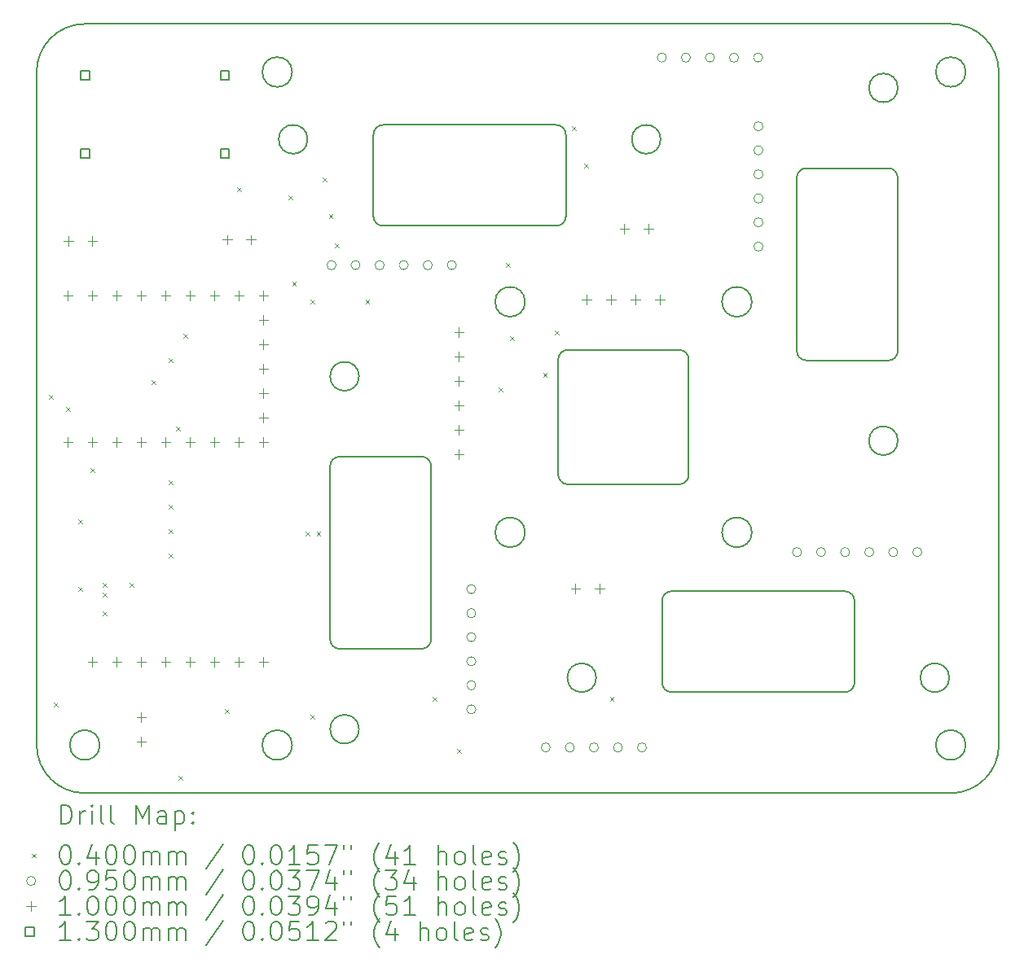
<source format=gbr>
%TF.GenerationSoftware,KiCad,Pcbnew,7.0.10*%
%TF.CreationDate,2024-01-30T15:19:55+08:00*%
%TF.ProjectId,imu-rounded,696d752d-726f-4756-9e64-65642e6b6963,rev?*%
%TF.SameCoordinates,Original*%
%TF.FileFunction,Drillmap*%
%TF.FilePolarity,Positive*%
%FSLAX45Y45*%
G04 Gerber Fmt 4.5, Leading zero omitted, Abs format (unit mm)*
G04 Created by KiCad (PCBNEW 7.0.10) date 2024-01-30 15:19:55*
%MOMM*%
%LPD*%
G01*
G04 APERTURE LIST*
%ADD10C,0.200000*%
%ADD11C,0.100000*%
%ADD12C,0.130000*%
G04 APERTURE END LIST*
D10*
X11932600Y-8890100D02*
G75*
G03*
X11622600Y-8890100I-155000J0D01*
G01*
X11622600Y-8890100D02*
G75*
G03*
X11932600Y-8890100I155000J0D01*
G01*
X10020400Y-9390100D02*
X11177600Y-9390100D01*
X5155000Y-13500000D02*
G75*
G03*
X4845000Y-13500000I-155000J0D01*
G01*
X4845000Y-13500000D02*
G75*
G03*
X5155000Y-13500000I155000J0D01*
G01*
X13450000Y-7600000D02*
G75*
G03*
X13350000Y-7500000I-100000J0D01*
G01*
X13450000Y-10335000D02*
G75*
G03*
X13150000Y-10335000I-150000J0D01*
G01*
X13150000Y-10335000D02*
G75*
G03*
X13450000Y-10335000I150000J0D01*
G01*
X7850000Y-9665000D02*
G75*
G03*
X7550000Y-9665000I-150000J0D01*
G01*
X7550000Y-9665000D02*
G75*
G03*
X7850000Y-9665000I150000J0D01*
G01*
X11000000Y-12850000D02*
X11000000Y-12000000D01*
X5000000Y-6000000D02*
G75*
G03*
X4500000Y-6500000I0J-500000D01*
G01*
X13450000Y-7600000D02*
X13450000Y-9400000D01*
X12500000Y-7500000D02*
G75*
G03*
X12400000Y-7600000I0J-100000D01*
G01*
X14500000Y-13500000D02*
X14500000Y-6500000D01*
X8500000Y-12500000D02*
G75*
G03*
X8600000Y-12400000I0J100000D01*
G01*
X13000000Y-12000000D02*
G75*
G03*
X12900000Y-11900000I-100000J0D01*
G01*
X9920400Y-10687900D02*
X9920400Y-9490100D01*
X11000000Y-12850000D02*
G75*
G03*
X11100000Y-12950000I100000J0D01*
G01*
X9575400Y-8890100D02*
G75*
G03*
X9265400Y-8890100I-155000J0D01*
G01*
X9265400Y-8890100D02*
G75*
G03*
X9575400Y-8890100I155000J0D01*
G01*
X12400000Y-9400000D02*
X12400000Y-7600000D01*
X12500000Y-7500000D02*
X13350000Y-7500000D01*
X7550000Y-12400000D02*
X7550000Y-10600000D01*
X11277600Y-9490100D02*
X11277600Y-10687900D01*
X9900000Y-8100000D02*
X8100000Y-8100000D01*
X8000000Y-8000000D02*
G75*
G03*
X8100000Y-8100000I100000J0D01*
G01*
X10985000Y-7200000D02*
G75*
G03*
X10685000Y-7200000I-150000J0D01*
G01*
X10685000Y-7200000D02*
G75*
G03*
X10985000Y-7200000I150000J0D01*
G01*
X13350000Y-9500000D02*
X12500000Y-9500000D01*
X7550000Y-12400000D02*
G75*
G03*
X7650000Y-12500000I100000J0D01*
G01*
X10315000Y-12800000D02*
G75*
G03*
X10015000Y-12800000I-150000J0D01*
G01*
X10015000Y-12800000D02*
G75*
G03*
X10315000Y-12800000I150000J0D01*
G01*
X8100000Y-7050000D02*
X9900000Y-7050000D01*
X11100000Y-11900000D02*
G75*
G03*
X11000000Y-12000000I0J-100000D01*
G01*
X11277600Y-9490100D02*
G75*
G03*
X11177600Y-9390100I-100000J0D01*
G01*
X13350000Y-9500000D02*
G75*
G03*
X13450000Y-9400000I0J100000D01*
G01*
X14155000Y-13500000D02*
G75*
G03*
X13845000Y-13500000I-155000J0D01*
G01*
X13845000Y-13500000D02*
G75*
G03*
X14155000Y-13500000I155000J0D01*
G01*
X10000000Y-7150000D02*
G75*
G03*
X9900000Y-7050000I-100000J0D01*
G01*
X8000000Y-8000000D02*
X8000000Y-7150000D01*
X7155000Y-6500000D02*
G75*
G03*
X6845000Y-6500000I-155000J0D01*
G01*
X6845000Y-6500000D02*
G75*
G03*
X7155000Y-6500000I155000J0D01*
G01*
X10020400Y-9390100D02*
G75*
G03*
X9920400Y-9490100I0J-100000D01*
G01*
X7155000Y-13500000D02*
G75*
G03*
X6845000Y-13500000I-155000J0D01*
G01*
X6845000Y-13500000D02*
G75*
G03*
X7155000Y-13500000I155000J0D01*
G01*
X12400000Y-9400000D02*
G75*
G03*
X12500000Y-9500000I100000J0D01*
G01*
X14155000Y-6500000D02*
G75*
G03*
X13845000Y-6500000I-155000J0D01*
G01*
X13845000Y-6500000D02*
G75*
G03*
X14155000Y-6500000I155000J0D01*
G01*
X14500000Y-6500000D02*
G75*
G03*
X14000000Y-6000000I-500000J0D01*
G01*
X9900000Y-8100000D02*
G75*
G03*
X10000000Y-8000000I0J100000D01*
G01*
X14000000Y-14000000D02*
G75*
G03*
X14500000Y-13500000I0J500000D01*
G01*
X13985000Y-12800000D02*
G75*
G03*
X13685000Y-12800000I-150000J0D01*
G01*
X13685000Y-12800000D02*
G75*
G03*
X13985000Y-12800000I150000J0D01*
G01*
X11932600Y-11287900D02*
G75*
G03*
X11622600Y-11287900I-155000J0D01*
G01*
X11622600Y-11287900D02*
G75*
G03*
X11932600Y-11287900I155000J0D01*
G01*
X13450000Y-6665000D02*
G75*
G03*
X13150000Y-6665000I-150000J0D01*
G01*
X13150000Y-6665000D02*
G75*
G03*
X13450000Y-6665000I150000J0D01*
G01*
X10000000Y-7150000D02*
X10000000Y-8000000D01*
X12900000Y-12950000D02*
G75*
G03*
X13000000Y-12850000I0J100000D01*
G01*
X4500000Y-6500000D02*
X4500000Y-13500000D01*
X7850000Y-13335000D02*
G75*
G03*
X7550000Y-13335000I-150000J0D01*
G01*
X7550000Y-13335000D02*
G75*
G03*
X7850000Y-13335000I150000J0D01*
G01*
X5000000Y-14000000D02*
X14000000Y-14000000D01*
X11100000Y-11900000D02*
X12900000Y-11900000D01*
X14000000Y-6000000D02*
X5000000Y-6000000D01*
X4500000Y-13500000D02*
G75*
G03*
X5000000Y-14000000I500000J0D01*
G01*
X8600000Y-10600000D02*
G75*
G03*
X8500000Y-10500000I-100000J0D01*
G01*
X8100000Y-7050000D02*
G75*
G03*
X8000000Y-7150000I0J-100000D01*
G01*
X12900000Y-12950000D02*
X11100000Y-12950000D01*
X7650000Y-10500000D02*
G75*
G03*
X7550000Y-10600000I0J-100000D01*
G01*
X13000000Y-12000000D02*
X13000000Y-12850000D01*
X9920400Y-10687900D02*
G75*
G03*
X10020400Y-10787900I100000J0D01*
G01*
X7315000Y-7200000D02*
G75*
G03*
X7015000Y-7200000I-150000J0D01*
G01*
X7015000Y-7200000D02*
G75*
G03*
X7315000Y-7200000I150000J0D01*
G01*
X11177600Y-10787900D02*
G75*
G03*
X11277600Y-10687900I0J100000D01*
G01*
X8600000Y-10600000D02*
X8600000Y-12400000D01*
X9575400Y-11287900D02*
G75*
G03*
X9265400Y-11287900I-155000J0D01*
G01*
X9265400Y-11287900D02*
G75*
G03*
X9575400Y-11287900I155000J0D01*
G01*
X8500000Y-12500000D02*
X7650000Y-12500000D01*
X7650000Y-10500000D02*
X8500000Y-10500000D01*
X11177600Y-10787900D02*
X10020400Y-10787900D01*
D11*
X4628200Y-9860600D02*
X4668200Y-9900600D01*
X4668200Y-9860600D02*
X4628200Y-9900600D01*
X4679000Y-13061000D02*
X4719000Y-13101000D01*
X4719000Y-13061000D02*
X4679000Y-13101000D01*
X4806000Y-9987600D02*
X4846000Y-10027600D01*
X4846000Y-9987600D02*
X4806000Y-10027600D01*
X4933000Y-11156000D02*
X4973000Y-11196000D01*
X4973000Y-11156000D02*
X4933000Y-11196000D01*
X4933000Y-11854500D02*
X4973000Y-11894500D01*
X4973000Y-11854500D02*
X4933000Y-11894500D01*
X5060000Y-10622600D02*
X5100000Y-10662600D01*
X5100000Y-10622600D02*
X5060000Y-10662600D01*
X5187000Y-11816400D02*
X5227000Y-11856400D01*
X5227000Y-11816400D02*
X5187000Y-11856400D01*
X5187000Y-11918000D02*
X5227000Y-11958000D01*
X5227000Y-11918000D02*
X5187000Y-11958000D01*
X5187000Y-12108500D02*
X5227000Y-12148500D01*
X5227000Y-12108500D02*
X5187000Y-12148500D01*
X5466400Y-11816400D02*
X5506400Y-11856400D01*
X5506400Y-11816400D02*
X5466400Y-11856400D01*
X5695000Y-9708200D02*
X5735000Y-9748200D01*
X5735000Y-9708200D02*
X5695000Y-9748200D01*
X5872800Y-9479600D02*
X5912800Y-9519600D01*
X5912800Y-9479600D02*
X5872800Y-9519600D01*
X5872800Y-10749600D02*
X5912800Y-10789600D01*
X5912800Y-10749600D02*
X5872800Y-10789600D01*
X5872800Y-11257600D02*
X5912800Y-11297600D01*
X5912800Y-11257600D02*
X5872800Y-11297600D01*
X5872800Y-11511600D02*
X5912800Y-11551600D01*
X5912800Y-11511600D02*
X5872800Y-11551600D01*
X5873265Y-11003135D02*
X5913265Y-11043135D01*
X5913265Y-11003135D02*
X5873265Y-11043135D01*
X5949000Y-10190800D02*
X5989000Y-10230800D01*
X5989000Y-10190800D02*
X5949000Y-10230800D01*
X5974400Y-13823000D02*
X6014400Y-13863000D01*
X6014400Y-13823000D02*
X5974400Y-13863000D01*
X6025200Y-9225600D02*
X6065200Y-9265600D01*
X6065200Y-9225600D02*
X6025200Y-9265600D01*
X6457000Y-13124500D02*
X6497000Y-13164500D01*
X6497000Y-13124500D02*
X6457000Y-13164500D01*
X6584000Y-7701600D02*
X6624000Y-7741600D01*
X6624000Y-7701600D02*
X6584000Y-7741600D01*
X7117400Y-7781500D02*
X7157400Y-7821500D01*
X7157400Y-7781500D02*
X7117400Y-7821500D01*
X7155500Y-8679500D02*
X7195500Y-8719500D01*
X7195500Y-8679500D02*
X7155500Y-8719500D01*
X7295200Y-11283000D02*
X7335200Y-11323000D01*
X7335200Y-11283000D02*
X7295200Y-11323000D01*
X7346000Y-8870000D02*
X7386000Y-8910000D01*
X7386000Y-8870000D02*
X7346000Y-8910000D01*
X7346000Y-13188000D02*
X7386000Y-13228000D01*
X7386000Y-13188000D02*
X7346000Y-13228000D01*
X7409500Y-11283000D02*
X7449500Y-11323000D01*
X7449500Y-11283000D02*
X7409500Y-11323000D01*
X7473000Y-7600000D02*
X7513000Y-7640000D01*
X7513000Y-7600000D02*
X7473000Y-7640000D01*
X7536500Y-7981000D02*
X7576500Y-8021000D01*
X7576500Y-7981000D02*
X7536500Y-8021000D01*
X7600000Y-8285800D02*
X7640000Y-8325800D01*
X7640000Y-8285800D02*
X7600000Y-8325800D01*
X7917500Y-8870000D02*
X7957500Y-8910000D01*
X7957500Y-8870000D02*
X7917500Y-8910000D01*
X8616000Y-12997500D02*
X8656000Y-13037500D01*
X8656000Y-12997500D02*
X8616000Y-13037500D01*
X8870000Y-13543600D02*
X8910000Y-13583600D01*
X8910000Y-13543600D02*
X8870000Y-13583600D01*
X9301800Y-9784400D02*
X9341800Y-9824400D01*
X9341800Y-9784400D02*
X9301800Y-9824400D01*
X9378000Y-8489000D02*
X9418000Y-8529000D01*
X9418000Y-8489000D02*
X9378000Y-8529000D01*
X9422800Y-9251000D02*
X9462800Y-9291000D01*
X9462800Y-9251000D02*
X9422800Y-9291000D01*
X9762700Y-9632000D02*
X9802700Y-9672000D01*
X9802700Y-9632000D02*
X9762700Y-9672000D01*
X9886000Y-9187500D02*
X9926000Y-9227500D01*
X9926000Y-9187500D02*
X9886000Y-9227500D01*
X10063800Y-7062900D02*
X10103800Y-7102900D01*
X10103800Y-7062900D02*
X10063800Y-7102900D01*
X10190800Y-7456400D02*
X10230800Y-7496400D01*
X10230800Y-7456400D02*
X10190800Y-7496400D01*
X10457500Y-12997500D02*
X10497500Y-13037500D01*
X10497500Y-12997500D02*
X10457500Y-13037500D01*
X7612000Y-8509000D02*
G75*
G03*
X7517000Y-8509000I-47500J0D01*
G01*
X7517000Y-8509000D02*
G75*
G03*
X7612000Y-8509000I47500J0D01*
G01*
X7862000Y-8509000D02*
G75*
G03*
X7767000Y-8509000I-47500J0D01*
G01*
X7767000Y-8509000D02*
G75*
G03*
X7862000Y-8509000I47500J0D01*
G01*
X8112000Y-8509000D02*
G75*
G03*
X8017000Y-8509000I-47500J0D01*
G01*
X8017000Y-8509000D02*
G75*
G03*
X8112000Y-8509000I47500J0D01*
G01*
X8362000Y-8509000D02*
G75*
G03*
X8267000Y-8509000I-47500J0D01*
G01*
X8267000Y-8509000D02*
G75*
G03*
X8362000Y-8509000I47500J0D01*
G01*
X8612000Y-8509000D02*
G75*
G03*
X8517000Y-8509000I-47500J0D01*
G01*
X8517000Y-8509000D02*
G75*
G03*
X8612000Y-8509000I47500J0D01*
G01*
X8862000Y-8509000D02*
G75*
G03*
X8767000Y-8509000I-47500J0D01*
G01*
X8767000Y-8509000D02*
G75*
G03*
X8862000Y-8509000I47500J0D01*
G01*
X9064500Y-11878500D02*
G75*
G03*
X8969500Y-11878500I-47500J0D01*
G01*
X8969500Y-11878500D02*
G75*
G03*
X9064500Y-11878500I47500J0D01*
G01*
X9064500Y-12128500D02*
G75*
G03*
X8969500Y-12128500I-47500J0D01*
G01*
X8969500Y-12128500D02*
G75*
G03*
X9064500Y-12128500I47500J0D01*
G01*
X9064500Y-12378500D02*
G75*
G03*
X8969500Y-12378500I-47500J0D01*
G01*
X8969500Y-12378500D02*
G75*
G03*
X9064500Y-12378500I47500J0D01*
G01*
X9064500Y-12628500D02*
G75*
G03*
X8969500Y-12628500I-47500J0D01*
G01*
X8969500Y-12628500D02*
G75*
G03*
X9064500Y-12628500I47500J0D01*
G01*
X9064500Y-12878500D02*
G75*
G03*
X8969500Y-12878500I-47500J0D01*
G01*
X8969500Y-12878500D02*
G75*
G03*
X9064500Y-12878500I47500J0D01*
G01*
X9064500Y-13128500D02*
G75*
G03*
X8969500Y-13128500I-47500J0D01*
G01*
X8969500Y-13128500D02*
G75*
G03*
X9064500Y-13128500I47500J0D01*
G01*
X9838500Y-13525500D02*
G75*
G03*
X9743500Y-13525500I-47500J0D01*
G01*
X9743500Y-13525500D02*
G75*
G03*
X9838500Y-13525500I47500J0D01*
G01*
X10088500Y-13525500D02*
G75*
G03*
X9993500Y-13525500I-47500J0D01*
G01*
X9993500Y-13525500D02*
G75*
G03*
X10088500Y-13525500I47500J0D01*
G01*
X10338500Y-13525500D02*
G75*
G03*
X10243500Y-13525500I-47500J0D01*
G01*
X10243500Y-13525500D02*
G75*
G03*
X10338500Y-13525500I47500J0D01*
G01*
X10588500Y-13525500D02*
G75*
G03*
X10493500Y-13525500I-47500J0D01*
G01*
X10493500Y-13525500D02*
G75*
G03*
X10588500Y-13525500I47500J0D01*
G01*
X10838500Y-13525500D02*
G75*
G03*
X10743500Y-13525500I-47500J0D01*
G01*
X10743500Y-13525500D02*
G75*
G03*
X10838500Y-13525500I47500J0D01*
G01*
X11045000Y-6350000D02*
G75*
G03*
X10950000Y-6350000I-47500J0D01*
G01*
X10950000Y-6350000D02*
G75*
G03*
X11045000Y-6350000I47500J0D01*
G01*
X11295000Y-6350000D02*
G75*
G03*
X11200000Y-6350000I-47500J0D01*
G01*
X11200000Y-6350000D02*
G75*
G03*
X11295000Y-6350000I47500J0D01*
G01*
X11545000Y-6350000D02*
G75*
G03*
X11450000Y-6350000I-47500J0D01*
G01*
X11450000Y-6350000D02*
G75*
G03*
X11545000Y-6350000I47500J0D01*
G01*
X11795000Y-6350000D02*
G75*
G03*
X11700000Y-6350000I-47500J0D01*
G01*
X11700000Y-6350000D02*
G75*
G03*
X11795000Y-6350000I47500J0D01*
G01*
X12045000Y-6350000D02*
G75*
G03*
X11950000Y-6350000I-47500J0D01*
G01*
X11950000Y-6350000D02*
G75*
G03*
X12045000Y-6350000I47500J0D01*
G01*
X12049000Y-7064500D02*
G75*
G03*
X11954000Y-7064500I-47500J0D01*
G01*
X11954000Y-7064500D02*
G75*
G03*
X12049000Y-7064500I47500J0D01*
G01*
X12049000Y-7314500D02*
G75*
G03*
X11954000Y-7314500I-47500J0D01*
G01*
X11954000Y-7314500D02*
G75*
G03*
X12049000Y-7314500I47500J0D01*
G01*
X12049000Y-7564500D02*
G75*
G03*
X11954000Y-7564500I-47500J0D01*
G01*
X11954000Y-7564500D02*
G75*
G03*
X12049000Y-7564500I47500J0D01*
G01*
X12049000Y-7814500D02*
G75*
G03*
X11954000Y-7814500I-47500J0D01*
G01*
X11954000Y-7814500D02*
G75*
G03*
X12049000Y-7814500I47500J0D01*
G01*
X12049000Y-8064500D02*
G75*
G03*
X11954000Y-8064500I-47500J0D01*
G01*
X11954000Y-8064500D02*
G75*
G03*
X12049000Y-8064500I47500J0D01*
G01*
X12049000Y-8314500D02*
G75*
G03*
X11954000Y-8314500I-47500J0D01*
G01*
X11954000Y-8314500D02*
G75*
G03*
X12049000Y-8314500I47500J0D01*
G01*
X12450000Y-11493500D02*
G75*
G03*
X12355000Y-11493500I-47500J0D01*
G01*
X12355000Y-11493500D02*
G75*
G03*
X12450000Y-11493500I47500J0D01*
G01*
X12700000Y-11493500D02*
G75*
G03*
X12605000Y-11493500I-47500J0D01*
G01*
X12605000Y-11493500D02*
G75*
G03*
X12700000Y-11493500I47500J0D01*
G01*
X12950000Y-11493500D02*
G75*
G03*
X12855000Y-11493500I-47500J0D01*
G01*
X12855000Y-11493500D02*
G75*
G03*
X12950000Y-11493500I47500J0D01*
G01*
X13200000Y-11493500D02*
G75*
G03*
X13105000Y-11493500I-47500J0D01*
G01*
X13105000Y-11493500D02*
G75*
G03*
X13200000Y-11493500I47500J0D01*
G01*
X13450000Y-11493500D02*
G75*
G03*
X13355000Y-11493500I-47500J0D01*
G01*
X13355000Y-11493500D02*
G75*
G03*
X13450000Y-11493500I47500J0D01*
G01*
X13700000Y-11493500D02*
G75*
G03*
X13605000Y-11493500I-47500J0D01*
G01*
X13605000Y-11493500D02*
G75*
G03*
X13700000Y-11493500I47500J0D01*
G01*
X4826000Y-8776500D02*
X4826000Y-8876500D01*
X4776000Y-8826500D02*
X4876000Y-8826500D01*
X4826000Y-10300500D02*
X4826000Y-10400500D01*
X4776000Y-10350500D02*
X4876000Y-10350500D01*
X4830000Y-8205000D02*
X4830000Y-8305000D01*
X4780000Y-8255000D02*
X4880000Y-8255000D01*
X5080000Y-8205000D02*
X5080000Y-8305000D01*
X5030000Y-8255000D02*
X5130000Y-8255000D01*
X5080000Y-8776500D02*
X5080000Y-8876500D01*
X5030000Y-8826500D02*
X5130000Y-8826500D01*
X5080000Y-10300500D02*
X5080000Y-10400500D01*
X5030000Y-10350500D02*
X5130000Y-10350500D01*
X5080000Y-12586500D02*
X5080000Y-12686500D01*
X5030000Y-12636500D02*
X5130000Y-12636500D01*
X5334000Y-8776500D02*
X5334000Y-8876500D01*
X5284000Y-8826500D02*
X5384000Y-8826500D01*
X5334000Y-10300500D02*
X5334000Y-10400500D01*
X5284000Y-10350500D02*
X5384000Y-10350500D01*
X5334000Y-12586500D02*
X5334000Y-12686500D01*
X5284000Y-12636500D02*
X5384000Y-12636500D01*
X5588000Y-8776500D02*
X5588000Y-8876500D01*
X5538000Y-8826500D02*
X5638000Y-8826500D01*
X5588000Y-10300500D02*
X5588000Y-10400500D01*
X5538000Y-10350500D02*
X5638000Y-10350500D01*
X5588000Y-12586500D02*
X5588000Y-12686500D01*
X5538000Y-12636500D02*
X5638000Y-12636500D01*
X5588000Y-13162000D02*
X5588000Y-13262000D01*
X5538000Y-13212000D02*
X5638000Y-13212000D01*
X5588000Y-13412000D02*
X5588000Y-13512000D01*
X5538000Y-13462000D02*
X5638000Y-13462000D01*
X5842000Y-8776500D02*
X5842000Y-8876500D01*
X5792000Y-8826500D02*
X5892000Y-8826500D01*
X5842000Y-10300500D02*
X5842000Y-10400500D01*
X5792000Y-10350500D02*
X5892000Y-10350500D01*
X5842000Y-12586500D02*
X5842000Y-12686500D01*
X5792000Y-12636500D02*
X5892000Y-12636500D01*
X6096000Y-8776500D02*
X6096000Y-8876500D01*
X6046000Y-8826500D02*
X6146000Y-8826500D01*
X6096000Y-10300500D02*
X6096000Y-10400500D01*
X6046000Y-10350500D02*
X6146000Y-10350500D01*
X6096000Y-12586500D02*
X6096000Y-12686500D01*
X6046000Y-12636500D02*
X6146000Y-12636500D01*
X6350000Y-8776500D02*
X6350000Y-8876500D01*
X6300000Y-8826500D02*
X6400000Y-8826500D01*
X6350000Y-10300500D02*
X6350000Y-10400500D01*
X6300000Y-10350500D02*
X6400000Y-10350500D01*
X6350000Y-12586500D02*
X6350000Y-12686500D01*
X6300000Y-12636500D02*
X6400000Y-12636500D01*
X6479000Y-8194000D02*
X6479000Y-8294000D01*
X6429000Y-8244000D02*
X6529000Y-8244000D01*
X6604000Y-8776500D02*
X6604000Y-8876500D01*
X6554000Y-8826500D02*
X6654000Y-8826500D01*
X6604000Y-10300500D02*
X6604000Y-10400500D01*
X6554000Y-10350500D02*
X6654000Y-10350500D01*
X6604000Y-12586500D02*
X6604000Y-12686500D01*
X6554000Y-12636500D02*
X6654000Y-12636500D01*
X6729000Y-8194000D02*
X6729000Y-8294000D01*
X6679000Y-8244000D02*
X6779000Y-8244000D01*
X6858000Y-8776500D02*
X6858000Y-8876500D01*
X6808000Y-8826500D02*
X6908000Y-8826500D01*
X6858000Y-9030500D02*
X6858000Y-9130500D01*
X6808000Y-9080500D02*
X6908000Y-9080500D01*
X6858000Y-9284500D02*
X6858000Y-9384500D01*
X6808000Y-9334500D02*
X6908000Y-9334500D01*
X6858000Y-9538500D02*
X6858000Y-9638500D01*
X6808000Y-9588500D02*
X6908000Y-9588500D01*
X6858000Y-9792500D02*
X6858000Y-9892500D01*
X6808000Y-9842500D02*
X6908000Y-9842500D01*
X6858000Y-10046500D02*
X6858000Y-10146500D01*
X6808000Y-10096500D02*
X6908000Y-10096500D01*
X6858000Y-10300500D02*
X6858000Y-10400500D01*
X6808000Y-10350500D02*
X6908000Y-10350500D01*
X6858000Y-12586500D02*
X6858000Y-12686500D01*
X6808000Y-12636500D02*
X6908000Y-12636500D01*
X8890000Y-9157500D02*
X8890000Y-9257500D01*
X8840000Y-9207500D02*
X8940000Y-9207500D01*
X8890000Y-9411500D02*
X8890000Y-9511500D01*
X8840000Y-9461500D02*
X8940000Y-9461500D01*
X8890000Y-9665500D02*
X8890000Y-9765500D01*
X8840000Y-9715500D02*
X8940000Y-9715500D01*
X8890000Y-9919500D02*
X8890000Y-10019500D01*
X8840000Y-9969500D02*
X8940000Y-9969500D01*
X8890000Y-10173500D02*
X8890000Y-10273500D01*
X8840000Y-10223500D02*
X8940000Y-10223500D01*
X8890000Y-10427500D02*
X8890000Y-10527500D01*
X8840000Y-10477500D02*
X8940000Y-10477500D01*
X10100500Y-11824500D02*
X10100500Y-11924500D01*
X10050500Y-11874500D02*
X10150500Y-11874500D01*
X10218420Y-8814600D02*
X10218420Y-8914600D01*
X10168420Y-8864600D02*
X10268420Y-8864600D01*
X10350500Y-11824500D02*
X10350500Y-11924500D01*
X10300500Y-11874500D02*
X10400500Y-11874500D01*
X10472420Y-8814600D02*
X10472420Y-8914600D01*
X10422420Y-8864600D02*
X10522420Y-8864600D01*
X10608500Y-8078000D02*
X10608500Y-8178000D01*
X10558500Y-8128000D02*
X10658500Y-8128000D01*
X10726420Y-8814600D02*
X10726420Y-8914600D01*
X10676420Y-8864600D02*
X10776420Y-8864600D01*
X10858500Y-8078000D02*
X10858500Y-8178000D01*
X10808500Y-8128000D02*
X10908500Y-8128000D01*
X10980420Y-8814600D02*
X10980420Y-8914600D01*
X10930420Y-8864600D02*
X11030420Y-8864600D01*
D12*
X5052136Y-6581185D02*
X5052136Y-6489260D01*
X4960211Y-6489260D01*
X4960211Y-6581185D01*
X5052136Y-6581185D01*
X5052136Y-7391185D02*
X5052136Y-7299260D01*
X4960211Y-7299260D01*
X4960211Y-7391185D01*
X5052136Y-7391185D01*
X6502136Y-6581185D02*
X6502136Y-6489260D01*
X6410211Y-6489260D01*
X6410211Y-6581185D01*
X6502136Y-6581185D01*
X6502136Y-7392405D02*
X6502136Y-7300480D01*
X6410211Y-7300480D01*
X6410211Y-7392405D01*
X6502136Y-7392405D01*
D10*
X4750777Y-14321484D02*
X4750777Y-14121484D01*
X4750777Y-14121484D02*
X4798396Y-14121484D01*
X4798396Y-14121484D02*
X4826967Y-14131008D01*
X4826967Y-14131008D02*
X4846015Y-14150055D01*
X4846015Y-14150055D02*
X4855539Y-14169103D01*
X4855539Y-14169103D02*
X4865063Y-14207198D01*
X4865063Y-14207198D02*
X4865063Y-14235769D01*
X4865063Y-14235769D02*
X4855539Y-14273865D01*
X4855539Y-14273865D02*
X4846015Y-14292912D01*
X4846015Y-14292912D02*
X4826967Y-14311960D01*
X4826967Y-14311960D02*
X4798396Y-14321484D01*
X4798396Y-14321484D02*
X4750777Y-14321484D01*
X4950777Y-14321484D02*
X4950777Y-14188150D01*
X4950777Y-14226246D02*
X4960301Y-14207198D01*
X4960301Y-14207198D02*
X4969824Y-14197674D01*
X4969824Y-14197674D02*
X4988872Y-14188150D01*
X4988872Y-14188150D02*
X5007920Y-14188150D01*
X5074586Y-14321484D02*
X5074586Y-14188150D01*
X5074586Y-14121484D02*
X5065063Y-14131008D01*
X5065063Y-14131008D02*
X5074586Y-14140531D01*
X5074586Y-14140531D02*
X5084110Y-14131008D01*
X5084110Y-14131008D02*
X5074586Y-14121484D01*
X5074586Y-14121484D02*
X5074586Y-14140531D01*
X5198396Y-14321484D02*
X5179348Y-14311960D01*
X5179348Y-14311960D02*
X5169824Y-14292912D01*
X5169824Y-14292912D02*
X5169824Y-14121484D01*
X5303158Y-14321484D02*
X5284110Y-14311960D01*
X5284110Y-14311960D02*
X5274586Y-14292912D01*
X5274586Y-14292912D02*
X5274586Y-14121484D01*
X5531729Y-14321484D02*
X5531729Y-14121484D01*
X5531729Y-14121484D02*
X5598396Y-14264341D01*
X5598396Y-14264341D02*
X5665062Y-14121484D01*
X5665062Y-14121484D02*
X5665062Y-14321484D01*
X5846015Y-14321484D02*
X5846015Y-14216722D01*
X5846015Y-14216722D02*
X5836491Y-14197674D01*
X5836491Y-14197674D02*
X5817443Y-14188150D01*
X5817443Y-14188150D02*
X5779348Y-14188150D01*
X5779348Y-14188150D02*
X5760301Y-14197674D01*
X5846015Y-14311960D02*
X5826967Y-14321484D01*
X5826967Y-14321484D02*
X5779348Y-14321484D01*
X5779348Y-14321484D02*
X5760301Y-14311960D01*
X5760301Y-14311960D02*
X5750777Y-14292912D01*
X5750777Y-14292912D02*
X5750777Y-14273865D01*
X5750777Y-14273865D02*
X5760301Y-14254817D01*
X5760301Y-14254817D02*
X5779348Y-14245293D01*
X5779348Y-14245293D02*
X5826967Y-14245293D01*
X5826967Y-14245293D02*
X5846015Y-14235769D01*
X5941253Y-14188150D02*
X5941253Y-14388150D01*
X5941253Y-14197674D02*
X5960301Y-14188150D01*
X5960301Y-14188150D02*
X5998396Y-14188150D01*
X5998396Y-14188150D02*
X6017443Y-14197674D01*
X6017443Y-14197674D02*
X6026967Y-14207198D01*
X6026967Y-14207198D02*
X6036491Y-14226246D01*
X6036491Y-14226246D02*
X6036491Y-14283388D01*
X6036491Y-14283388D02*
X6026967Y-14302436D01*
X6026967Y-14302436D02*
X6017443Y-14311960D01*
X6017443Y-14311960D02*
X5998396Y-14321484D01*
X5998396Y-14321484D02*
X5960301Y-14321484D01*
X5960301Y-14321484D02*
X5941253Y-14311960D01*
X6122205Y-14302436D02*
X6131729Y-14311960D01*
X6131729Y-14311960D02*
X6122205Y-14321484D01*
X6122205Y-14321484D02*
X6112682Y-14311960D01*
X6112682Y-14311960D02*
X6122205Y-14302436D01*
X6122205Y-14302436D02*
X6122205Y-14321484D01*
X6122205Y-14197674D02*
X6131729Y-14207198D01*
X6131729Y-14207198D02*
X6122205Y-14216722D01*
X6122205Y-14216722D02*
X6112682Y-14207198D01*
X6112682Y-14207198D02*
X6122205Y-14197674D01*
X6122205Y-14197674D02*
X6122205Y-14216722D01*
D11*
X4450000Y-14630000D02*
X4490000Y-14670000D01*
X4490000Y-14630000D02*
X4450000Y-14670000D01*
D10*
X4788872Y-14541484D02*
X4807920Y-14541484D01*
X4807920Y-14541484D02*
X4826967Y-14551008D01*
X4826967Y-14551008D02*
X4836491Y-14560531D01*
X4836491Y-14560531D02*
X4846015Y-14579579D01*
X4846015Y-14579579D02*
X4855539Y-14617674D01*
X4855539Y-14617674D02*
X4855539Y-14665293D01*
X4855539Y-14665293D02*
X4846015Y-14703388D01*
X4846015Y-14703388D02*
X4836491Y-14722436D01*
X4836491Y-14722436D02*
X4826967Y-14731960D01*
X4826967Y-14731960D02*
X4807920Y-14741484D01*
X4807920Y-14741484D02*
X4788872Y-14741484D01*
X4788872Y-14741484D02*
X4769824Y-14731960D01*
X4769824Y-14731960D02*
X4760301Y-14722436D01*
X4760301Y-14722436D02*
X4750777Y-14703388D01*
X4750777Y-14703388D02*
X4741253Y-14665293D01*
X4741253Y-14665293D02*
X4741253Y-14617674D01*
X4741253Y-14617674D02*
X4750777Y-14579579D01*
X4750777Y-14579579D02*
X4760301Y-14560531D01*
X4760301Y-14560531D02*
X4769824Y-14551008D01*
X4769824Y-14551008D02*
X4788872Y-14541484D01*
X4941253Y-14722436D02*
X4950777Y-14731960D01*
X4950777Y-14731960D02*
X4941253Y-14741484D01*
X4941253Y-14741484D02*
X4931729Y-14731960D01*
X4931729Y-14731960D02*
X4941253Y-14722436D01*
X4941253Y-14722436D02*
X4941253Y-14741484D01*
X5122205Y-14608150D02*
X5122205Y-14741484D01*
X5074586Y-14531960D02*
X5026967Y-14674817D01*
X5026967Y-14674817D02*
X5150777Y-14674817D01*
X5265063Y-14541484D02*
X5284110Y-14541484D01*
X5284110Y-14541484D02*
X5303158Y-14551008D01*
X5303158Y-14551008D02*
X5312682Y-14560531D01*
X5312682Y-14560531D02*
X5322205Y-14579579D01*
X5322205Y-14579579D02*
X5331729Y-14617674D01*
X5331729Y-14617674D02*
X5331729Y-14665293D01*
X5331729Y-14665293D02*
X5322205Y-14703388D01*
X5322205Y-14703388D02*
X5312682Y-14722436D01*
X5312682Y-14722436D02*
X5303158Y-14731960D01*
X5303158Y-14731960D02*
X5284110Y-14741484D01*
X5284110Y-14741484D02*
X5265063Y-14741484D01*
X5265063Y-14741484D02*
X5246015Y-14731960D01*
X5246015Y-14731960D02*
X5236491Y-14722436D01*
X5236491Y-14722436D02*
X5226967Y-14703388D01*
X5226967Y-14703388D02*
X5217444Y-14665293D01*
X5217444Y-14665293D02*
X5217444Y-14617674D01*
X5217444Y-14617674D02*
X5226967Y-14579579D01*
X5226967Y-14579579D02*
X5236491Y-14560531D01*
X5236491Y-14560531D02*
X5246015Y-14551008D01*
X5246015Y-14551008D02*
X5265063Y-14541484D01*
X5455539Y-14541484D02*
X5474586Y-14541484D01*
X5474586Y-14541484D02*
X5493634Y-14551008D01*
X5493634Y-14551008D02*
X5503158Y-14560531D01*
X5503158Y-14560531D02*
X5512682Y-14579579D01*
X5512682Y-14579579D02*
X5522205Y-14617674D01*
X5522205Y-14617674D02*
X5522205Y-14665293D01*
X5522205Y-14665293D02*
X5512682Y-14703388D01*
X5512682Y-14703388D02*
X5503158Y-14722436D01*
X5503158Y-14722436D02*
X5493634Y-14731960D01*
X5493634Y-14731960D02*
X5474586Y-14741484D01*
X5474586Y-14741484D02*
X5455539Y-14741484D01*
X5455539Y-14741484D02*
X5436491Y-14731960D01*
X5436491Y-14731960D02*
X5426967Y-14722436D01*
X5426967Y-14722436D02*
X5417444Y-14703388D01*
X5417444Y-14703388D02*
X5407920Y-14665293D01*
X5407920Y-14665293D02*
X5407920Y-14617674D01*
X5407920Y-14617674D02*
X5417444Y-14579579D01*
X5417444Y-14579579D02*
X5426967Y-14560531D01*
X5426967Y-14560531D02*
X5436491Y-14551008D01*
X5436491Y-14551008D02*
X5455539Y-14541484D01*
X5607920Y-14741484D02*
X5607920Y-14608150D01*
X5607920Y-14627198D02*
X5617443Y-14617674D01*
X5617443Y-14617674D02*
X5636491Y-14608150D01*
X5636491Y-14608150D02*
X5665063Y-14608150D01*
X5665063Y-14608150D02*
X5684110Y-14617674D01*
X5684110Y-14617674D02*
X5693634Y-14636722D01*
X5693634Y-14636722D02*
X5693634Y-14741484D01*
X5693634Y-14636722D02*
X5703158Y-14617674D01*
X5703158Y-14617674D02*
X5722205Y-14608150D01*
X5722205Y-14608150D02*
X5750777Y-14608150D01*
X5750777Y-14608150D02*
X5769824Y-14617674D01*
X5769824Y-14617674D02*
X5779348Y-14636722D01*
X5779348Y-14636722D02*
X5779348Y-14741484D01*
X5874586Y-14741484D02*
X5874586Y-14608150D01*
X5874586Y-14627198D02*
X5884110Y-14617674D01*
X5884110Y-14617674D02*
X5903158Y-14608150D01*
X5903158Y-14608150D02*
X5931729Y-14608150D01*
X5931729Y-14608150D02*
X5950777Y-14617674D01*
X5950777Y-14617674D02*
X5960301Y-14636722D01*
X5960301Y-14636722D02*
X5960301Y-14741484D01*
X5960301Y-14636722D02*
X5969824Y-14617674D01*
X5969824Y-14617674D02*
X5988872Y-14608150D01*
X5988872Y-14608150D02*
X6017443Y-14608150D01*
X6017443Y-14608150D02*
X6036491Y-14617674D01*
X6036491Y-14617674D02*
X6046015Y-14636722D01*
X6046015Y-14636722D02*
X6046015Y-14741484D01*
X6436491Y-14531960D02*
X6265063Y-14789103D01*
X6693634Y-14541484D02*
X6712682Y-14541484D01*
X6712682Y-14541484D02*
X6731729Y-14551008D01*
X6731729Y-14551008D02*
X6741253Y-14560531D01*
X6741253Y-14560531D02*
X6750777Y-14579579D01*
X6750777Y-14579579D02*
X6760301Y-14617674D01*
X6760301Y-14617674D02*
X6760301Y-14665293D01*
X6760301Y-14665293D02*
X6750777Y-14703388D01*
X6750777Y-14703388D02*
X6741253Y-14722436D01*
X6741253Y-14722436D02*
X6731729Y-14731960D01*
X6731729Y-14731960D02*
X6712682Y-14741484D01*
X6712682Y-14741484D02*
X6693634Y-14741484D01*
X6693634Y-14741484D02*
X6674586Y-14731960D01*
X6674586Y-14731960D02*
X6665063Y-14722436D01*
X6665063Y-14722436D02*
X6655539Y-14703388D01*
X6655539Y-14703388D02*
X6646015Y-14665293D01*
X6646015Y-14665293D02*
X6646015Y-14617674D01*
X6646015Y-14617674D02*
X6655539Y-14579579D01*
X6655539Y-14579579D02*
X6665063Y-14560531D01*
X6665063Y-14560531D02*
X6674586Y-14551008D01*
X6674586Y-14551008D02*
X6693634Y-14541484D01*
X6846015Y-14722436D02*
X6855539Y-14731960D01*
X6855539Y-14731960D02*
X6846015Y-14741484D01*
X6846015Y-14741484D02*
X6836491Y-14731960D01*
X6836491Y-14731960D02*
X6846015Y-14722436D01*
X6846015Y-14722436D02*
X6846015Y-14741484D01*
X6979348Y-14541484D02*
X6998396Y-14541484D01*
X6998396Y-14541484D02*
X7017444Y-14551008D01*
X7017444Y-14551008D02*
X7026967Y-14560531D01*
X7026967Y-14560531D02*
X7036491Y-14579579D01*
X7036491Y-14579579D02*
X7046015Y-14617674D01*
X7046015Y-14617674D02*
X7046015Y-14665293D01*
X7046015Y-14665293D02*
X7036491Y-14703388D01*
X7036491Y-14703388D02*
X7026967Y-14722436D01*
X7026967Y-14722436D02*
X7017444Y-14731960D01*
X7017444Y-14731960D02*
X6998396Y-14741484D01*
X6998396Y-14741484D02*
X6979348Y-14741484D01*
X6979348Y-14741484D02*
X6960301Y-14731960D01*
X6960301Y-14731960D02*
X6950777Y-14722436D01*
X6950777Y-14722436D02*
X6941253Y-14703388D01*
X6941253Y-14703388D02*
X6931729Y-14665293D01*
X6931729Y-14665293D02*
X6931729Y-14617674D01*
X6931729Y-14617674D02*
X6941253Y-14579579D01*
X6941253Y-14579579D02*
X6950777Y-14560531D01*
X6950777Y-14560531D02*
X6960301Y-14551008D01*
X6960301Y-14551008D02*
X6979348Y-14541484D01*
X7236491Y-14741484D02*
X7122206Y-14741484D01*
X7179348Y-14741484D02*
X7179348Y-14541484D01*
X7179348Y-14541484D02*
X7160301Y-14570055D01*
X7160301Y-14570055D02*
X7141253Y-14589103D01*
X7141253Y-14589103D02*
X7122206Y-14598627D01*
X7417444Y-14541484D02*
X7322206Y-14541484D01*
X7322206Y-14541484D02*
X7312682Y-14636722D01*
X7312682Y-14636722D02*
X7322206Y-14627198D01*
X7322206Y-14627198D02*
X7341253Y-14617674D01*
X7341253Y-14617674D02*
X7388872Y-14617674D01*
X7388872Y-14617674D02*
X7407920Y-14627198D01*
X7407920Y-14627198D02*
X7417444Y-14636722D01*
X7417444Y-14636722D02*
X7426967Y-14655769D01*
X7426967Y-14655769D02*
X7426967Y-14703388D01*
X7426967Y-14703388D02*
X7417444Y-14722436D01*
X7417444Y-14722436D02*
X7407920Y-14731960D01*
X7407920Y-14731960D02*
X7388872Y-14741484D01*
X7388872Y-14741484D02*
X7341253Y-14741484D01*
X7341253Y-14741484D02*
X7322206Y-14731960D01*
X7322206Y-14731960D02*
X7312682Y-14722436D01*
X7493634Y-14541484D02*
X7626967Y-14541484D01*
X7626967Y-14541484D02*
X7541253Y-14741484D01*
X7693634Y-14541484D02*
X7693634Y-14579579D01*
X7769825Y-14541484D02*
X7769825Y-14579579D01*
X8065063Y-14817674D02*
X8055539Y-14808150D01*
X8055539Y-14808150D02*
X8036491Y-14779579D01*
X8036491Y-14779579D02*
X8026968Y-14760531D01*
X8026968Y-14760531D02*
X8017444Y-14731960D01*
X8017444Y-14731960D02*
X8007920Y-14684341D01*
X8007920Y-14684341D02*
X8007920Y-14646246D01*
X8007920Y-14646246D02*
X8017444Y-14598627D01*
X8017444Y-14598627D02*
X8026968Y-14570055D01*
X8026968Y-14570055D02*
X8036491Y-14551008D01*
X8036491Y-14551008D02*
X8055539Y-14522436D01*
X8055539Y-14522436D02*
X8065063Y-14512912D01*
X8226968Y-14608150D02*
X8226968Y-14741484D01*
X8179348Y-14531960D02*
X8131729Y-14674817D01*
X8131729Y-14674817D02*
X8255539Y-14674817D01*
X8436491Y-14741484D02*
X8322206Y-14741484D01*
X8379348Y-14741484D02*
X8379348Y-14541484D01*
X8379348Y-14541484D02*
X8360301Y-14570055D01*
X8360301Y-14570055D02*
X8341253Y-14589103D01*
X8341253Y-14589103D02*
X8322206Y-14598627D01*
X8674587Y-14741484D02*
X8674587Y-14541484D01*
X8760301Y-14741484D02*
X8760301Y-14636722D01*
X8760301Y-14636722D02*
X8750777Y-14617674D01*
X8750777Y-14617674D02*
X8731730Y-14608150D01*
X8731730Y-14608150D02*
X8703158Y-14608150D01*
X8703158Y-14608150D02*
X8684111Y-14617674D01*
X8684111Y-14617674D02*
X8674587Y-14627198D01*
X8884111Y-14741484D02*
X8865063Y-14731960D01*
X8865063Y-14731960D02*
X8855539Y-14722436D01*
X8855539Y-14722436D02*
X8846015Y-14703388D01*
X8846015Y-14703388D02*
X8846015Y-14646246D01*
X8846015Y-14646246D02*
X8855539Y-14627198D01*
X8855539Y-14627198D02*
X8865063Y-14617674D01*
X8865063Y-14617674D02*
X8884111Y-14608150D01*
X8884111Y-14608150D02*
X8912682Y-14608150D01*
X8912682Y-14608150D02*
X8931730Y-14617674D01*
X8931730Y-14617674D02*
X8941253Y-14627198D01*
X8941253Y-14627198D02*
X8950777Y-14646246D01*
X8950777Y-14646246D02*
X8950777Y-14703388D01*
X8950777Y-14703388D02*
X8941253Y-14722436D01*
X8941253Y-14722436D02*
X8931730Y-14731960D01*
X8931730Y-14731960D02*
X8912682Y-14741484D01*
X8912682Y-14741484D02*
X8884111Y-14741484D01*
X9065063Y-14741484D02*
X9046015Y-14731960D01*
X9046015Y-14731960D02*
X9036492Y-14712912D01*
X9036492Y-14712912D02*
X9036492Y-14541484D01*
X9217444Y-14731960D02*
X9198396Y-14741484D01*
X9198396Y-14741484D02*
X9160301Y-14741484D01*
X9160301Y-14741484D02*
X9141253Y-14731960D01*
X9141253Y-14731960D02*
X9131730Y-14712912D01*
X9131730Y-14712912D02*
X9131730Y-14636722D01*
X9131730Y-14636722D02*
X9141253Y-14617674D01*
X9141253Y-14617674D02*
X9160301Y-14608150D01*
X9160301Y-14608150D02*
X9198396Y-14608150D01*
X9198396Y-14608150D02*
X9217444Y-14617674D01*
X9217444Y-14617674D02*
X9226968Y-14636722D01*
X9226968Y-14636722D02*
X9226968Y-14655769D01*
X9226968Y-14655769D02*
X9131730Y-14674817D01*
X9303158Y-14731960D02*
X9322206Y-14741484D01*
X9322206Y-14741484D02*
X9360301Y-14741484D01*
X9360301Y-14741484D02*
X9379349Y-14731960D01*
X9379349Y-14731960D02*
X9388873Y-14712912D01*
X9388873Y-14712912D02*
X9388873Y-14703388D01*
X9388873Y-14703388D02*
X9379349Y-14684341D01*
X9379349Y-14684341D02*
X9360301Y-14674817D01*
X9360301Y-14674817D02*
X9331730Y-14674817D01*
X9331730Y-14674817D02*
X9312682Y-14665293D01*
X9312682Y-14665293D02*
X9303158Y-14646246D01*
X9303158Y-14646246D02*
X9303158Y-14636722D01*
X9303158Y-14636722D02*
X9312682Y-14617674D01*
X9312682Y-14617674D02*
X9331730Y-14608150D01*
X9331730Y-14608150D02*
X9360301Y-14608150D01*
X9360301Y-14608150D02*
X9379349Y-14617674D01*
X9455539Y-14817674D02*
X9465063Y-14808150D01*
X9465063Y-14808150D02*
X9484111Y-14779579D01*
X9484111Y-14779579D02*
X9493634Y-14760531D01*
X9493634Y-14760531D02*
X9503158Y-14731960D01*
X9503158Y-14731960D02*
X9512682Y-14684341D01*
X9512682Y-14684341D02*
X9512682Y-14646246D01*
X9512682Y-14646246D02*
X9503158Y-14598627D01*
X9503158Y-14598627D02*
X9493634Y-14570055D01*
X9493634Y-14570055D02*
X9484111Y-14551008D01*
X9484111Y-14551008D02*
X9465063Y-14522436D01*
X9465063Y-14522436D02*
X9455539Y-14512912D01*
D11*
X4490000Y-14914000D02*
G75*
G03*
X4395000Y-14914000I-47500J0D01*
G01*
X4395000Y-14914000D02*
G75*
G03*
X4490000Y-14914000I47500J0D01*
G01*
D10*
X4788872Y-14805484D02*
X4807920Y-14805484D01*
X4807920Y-14805484D02*
X4826967Y-14815008D01*
X4826967Y-14815008D02*
X4836491Y-14824531D01*
X4836491Y-14824531D02*
X4846015Y-14843579D01*
X4846015Y-14843579D02*
X4855539Y-14881674D01*
X4855539Y-14881674D02*
X4855539Y-14929293D01*
X4855539Y-14929293D02*
X4846015Y-14967388D01*
X4846015Y-14967388D02*
X4836491Y-14986436D01*
X4836491Y-14986436D02*
X4826967Y-14995960D01*
X4826967Y-14995960D02*
X4807920Y-15005484D01*
X4807920Y-15005484D02*
X4788872Y-15005484D01*
X4788872Y-15005484D02*
X4769824Y-14995960D01*
X4769824Y-14995960D02*
X4760301Y-14986436D01*
X4760301Y-14986436D02*
X4750777Y-14967388D01*
X4750777Y-14967388D02*
X4741253Y-14929293D01*
X4741253Y-14929293D02*
X4741253Y-14881674D01*
X4741253Y-14881674D02*
X4750777Y-14843579D01*
X4750777Y-14843579D02*
X4760301Y-14824531D01*
X4760301Y-14824531D02*
X4769824Y-14815008D01*
X4769824Y-14815008D02*
X4788872Y-14805484D01*
X4941253Y-14986436D02*
X4950777Y-14995960D01*
X4950777Y-14995960D02*
X4941253Y-15005484D01*
X4941253Y-15005484D02*
X4931729Y-14995960D01*
X4931729Y-14995960D02*
X4941253Y-14986436D01*
X4941253Y-14986436D02*
X4941253Y-15005484D01*
X5046015Y-15005484D02*
X5084110Y-15005484D01*
X5084110Y-15005484D02*
X5103158Y-14995960D01*
X5103158Y-14995960D02*
X5112682Y-14986436D01*
X5112682Y-14986436D02*
X5131729Y-14957865D01*
X5131729Y-14957865D02*
X5141253Y-14919769D01*
X5141253Y-14919769D02*
X5141253Y-14843579D01*
X5141253Y-14843579D02*
X5131729Y-14824531D01*
X5131729Y-14824531D02*
X5122205Y-14815008D01*
X5122205Y-14815008D02*
X5103158Y-14805484D01*
X5103158Y-14805484D02*
X5065063Y-14805484D01*
X5065063Y-14805484D02*
X5046015Y-14815008D01*
X5046015Y-14815008D02*
X5036491Y-14824531D01*
X5036491Y-14824531D02*
X5026967Y-14843579D01*
X5026967Y-14843579D02*
X5026967Y-14891198D01*
X5026967Y-14891198D02*
X5036491Y-14910246D01*
X5036491Y-14910246D02*
X5046015Y-14919769D01*
X5046015Y-14919769D02*
X5065063Y-14929293D01*
X5065063Y-14929293D02*
X5103158Y-14929293D01*
X5103158Y-14929293D02*
X5122205Y-14919769D01*
X5122205Y-14919769D02*
X5131729Y-14910246D01*
X5131729Y-14910246D02*
X5141253Y-14891198D01*
X5322205Y-14805484D02*
X5226967Y-14805484D01*
X5226967Y-14805484D02*
X5217444Y-14900722D01*
X5217444Y-14900722D02*
X5226967Y-14891198D01*
X5226967Y-14891198D02*
X5246015Y-14881674D01*
X5246015Y-14881674D02*
X5293634Y-14881674D01*
X5293634Y-14881674D02*
X5312682Y-14891198D01*
X5312682Y-14891198D02*
X5322205Y-14900722D01*
X5322205Y-14900722D02*
X5331729Y-14919769D01*
X5331729Y-14919769D02*
X5331729Y-14967388D01*
X5331729Y-14967388D02*
X5322205Y-14986436D01*
X5322205Y-14986436D02*
X5312682Y-14995960D01*
X5312682Y-14995960D02*
X5293634Y-15005484D01*
X5293634Y-15005484D02*
X5246015Y-15005484D01*
X5246015Y-15005484D02*
X5226967Y-14995960D01*
X5226967Y-14995960D02*
X5217444Y-14986436D01*
X5455539Y-14805484D02*
X5474586Y-14805484D01*
X5474586Y-14805484D02*
X5493634Y-14815008D01*
X5493634Y-14815008D02*
X5503158Y-14824531D01*
X5503158Y-14824531D02*
X5512682Y-14843579D01*
X5512682Y-14843579D02*
X5522205Y-14881674D01*
X5522205Y-14881674D02*
X5522205Y-14929293D01*
X5522205Y-14929293D02*
X5512682Y-14967388D01*
X5512682Y-14967388D02*
X5503158Y-14986436D01*
X5503158Y-14986436D02*
X5493634Y-14995960D01*
X5493634Y-14995960D02*
X5474586Y-15005484D01*
X5474586Y-15005484D02*
X5455539Y-15005484D01*
X5455539Y-15005484D02*
X5436491Y-14995960D01*
X5436491Y-14995960D02*
X5426967Y-14986436D01*
X5426967Y-14986436D02*
X5417444Y-14967388D01*
X5417444Y-14967388D02*
X5407920Y-14929293D01*
X5407920Y-14929293D02*
X5407920Y-14881674D01*
X5407920Y-14881674D02*
X5417444Y-14843579D01*
X5417444Y-14843579D02*
X5426967Y-14824531D01*
X5426967Y-14824531D02*
X5436491Y-14815008D01*
X5436491Y-14815008D02*
X5455539Y-14805484D01*
X5607920Y-15005484D02*
X5607920Y-14872150D01*
X5607920Y-14891198D02*
X5617443Y-14881674D01*
X5617443Y-14881674D02*
X5636491Y-14872150D01*
X5636491Y-14872150D02*
X5665063Y-14872150D01*
X5665063Y-14872150D02*
X5684110Y-14881674D01*
X5684110Y-14881674D02*
X5693634Y-14900722D01*
X5693634Y-14900722D02*
X5693634Y-15005484D01*
X5693634Y-14900722D02*
X5703158Y-14881674D01*
X5703158Y-14881674D02*
X5722205Y-14872150D01*
X5722205Y-14872150D02*
X5750777Y-14872150D01*
X5750777Y-14872150D02*
X5769824Y-14881674D01*
X5769824Y-14881674D02*
X5779348Y-14900722D01*
X5779348Y-14900722D02*
X5779348Y-15005484D01*
X5874586Y-15005484D02*
X5874586Y-14872150D01*
X5874586Y-14891198D02*
X5884110Y-14881674D01*
X5884110Y-14881674D02*
X5903158Y-14872150D01*
X5903158Y-14872150D02*
X5931729Y-14872150D01*
X5931729Y-14872150D02*
X5950777Y-14881674D01*
X5950777Y-14881674D02*
X5960301Y-14900722D01*
X5960301Y-14900722D02*
X5960301Y-15005484D01*
X5960301Y-14900722D02*
X5969824Y-14881674D01*
X5969824Y-14881674D02*
X5988872Y-14872150D01*
X5988872Y-14872150D02*
X6017443Y-14872150D01*
X6017443Y-14872150D02*
X6036491Y-14881674D01*
X6036491Y-14881674D02*
X6046015Y-14900722D01*
X6046015Y-14900722D02*
X6046015Y-15005484D01*
X6436491Y-14795960D02*
X6265063Y-15053103D01*
X6693634Y-14805484D02*
X6712682Y-14805484D01*
X6712682Y-14805484D02*
X6731729Y-14815008D01*
X6731729Y-14815008D02*
X6741253Y-14824531D01*
X6741253Y-14824531D02*
X6750777Y-14843579D01*
X6750777Y-14843579D02*
X6760301Y-14881674D01*
X6760301Y-14881674D02*
X6760301Y-14929293D01*
X6760301Y-14929293D02*
X6750777Y-14967388D01*
X6750777Y-14967388D02*
X6741253Y-14986436D01*
X6741253Y-14986436D02*
X6731729Y-14995960D01*
X6731729Y-14995960D02*
X6712682Y-15005484D01*
X6712682Y-15005484D02*
X6693634Y-15005484D01*
X6693634Y-15005484D02*
X6674586Y-14995960D01*
X6674586Y-14995960D02*
X6665063Y-14986436D01*
X6665063Y-14986436D02*
X6655539Y-14967388D01*
X6655539Y-14967388D02*
X6646015Y-14929293D01*
X6646015Y-14929293D02*
X6646015Y-14881674D01*
X6646015Y-14881674D02*
X6655539Y-14843579D01*
X6655539Y-14843579D02*
X6665063Y-14824531D01*
X6665063Y-14824531D02*
X6674586Y-14815008D01*
X6674586Y-14815008D02*
X6693634Y-14805484D01*
X6846015Y-14986436D02*
X6855539Y-14995960D01*
X6855539Y-14995960D02*
X6846015Y-15005484D01*
X6846015Y-15005484D02*
X6836491Y-14995960D01*
X6836491Y-14995960D02*
X6846015Y-14986436D01*
X6846015Y-14986436D02*
X6846015Y-15005484D01*
X6979348Y-14805484D02*
X6998396Y-14805484D01*
X6998396Y-14805484D02*
X7017444Y-14815008D01*
X7017444Y-14815008D02*
X7026967Y-14824531D01*
X7026967Y-14824531D02*
X7036491Y-14843579D01*
X7036491Y-14843579D02*
X7046015Y-14881674D01*
X7046015Y-14881674D02*
X7046015Y-14929293D01*
X7046015Y-14929293D02*
X7036491Y-14967388D01*
X7036491Y-14967388D02*
X7026967Y-14986436D01*
X7026967Y-14986436D02*
X7017444Y-14995960D01*
X7017444Y-14995960D02*
X6998396Y-15005484D01*
X6998396Y-15005484D02*
X6979348Y-15005484D01*
X6979348Y-15005484D02*
X6960301Y-14995960D01*
X6960301Y-14995960D02*
X6950777Y-14986436D01*
X6950777Y-14986436D02*
X6941253Y-14967388D01*
X6941253Y-14967388D02*
X6931729Y-14929293D01*
X6931729Y-14929293D02*
X6931729Y-14881674D01*
X6931729Y-14881674D02*
X6941253Y-14843579D01*
X6941253Y-14843579D02*
X6950777Y-14824531D01*
X6950777Y-14824531D02*
X6960301Y-14815008D01*
X6960301Y-14815008D02*
X6979348Y-14805484D01*
X7112682Y-14805484D02*
X7236491Y-14805484D01*
X7236491Y-14805484D02*
X7169825Y-14881674D01*
X7169825Y-14881674D02*
X7198396Y-14881674D01*
X7198396Y-14881674D02*
X7217444Y-14891198D01*
X7217444Y-14891198D02*
X7226967Y-14900722D01*
X7226967Y-14900722D02*
X7236491Y-14919769D01*
X7236491Y-14919769D02*
X7236491Y-14967388D01*
X7236491Y-14967388D02*
X7226967Y-14986436D01*
X7226967Y-14986436D02*
X7217444Y-14995960D01*
X7217444Y-14995960D02*
X7198396Y-15005484D01*
X7198396Y-15005484D02*
X7141253Y-15005484D01*
X7141253Y-15005484D02*
X7122206Y-14995960D01*
X7122206Y-14995960D02*
X7112682Y-14986436D01*
X7303158Y-14805484D02*
X7436491Y-14805484D01*
X7436491Y-14805484D02*
X7350777Y-15005484D01*
X7598396Y-14872150D02*
X7598396Y-15005484D01*
X7550777Y-14795960D02*
X7503158Y-14938817D01*
X7503158Y-14938817D02*
X7626967Y-14938817D01*
X7693634Y-14805484D02*
X7693634Y-14843579D01*
X7769825Y-14805484D02*
X7769825Y-14843579D01*
X8065063Y-15081674D02*
X8055539Y-15072150D01*
X8055539Y-15072150D02*
X8036491Y-15043579D01*
X8036491Y-15043579D02*
X8026968Y-15024531D01*
X8026968Y-15024531D02*
X8017444Y-14995960D01*
X8017444Y-14995960D02*
X8007920Y-14948341D01*
X8007920Y-14948341D02*
X8007920Y-14910246D01*
X8007920Y-14910246D02*
X8017444Y-14862627D01*
X8017444Y-14862627D02*
X8026968Y-14834055D01*
X8026968Y-14834055D02*
X8036491Y-14815008D01*
X8036491Y-14815008D02*
X8055539Y-14786436D01*
X8055539Y-14786436D02*
X8065063Y-14776912D01*
X8122206Y-14805484D02*
X8246015Y-14805484D01*
X8246015Y-14805484D02*
X8179348Y-14881674D01*
X8179348Y-14881674D02*
X8207920Y-14881674D01*
X8207920Y-14881674D02*
X8226968Y-14891198D01*
X8226968Y-14891198D02*
X8236491Y-14900722D01*
X8236491Y-14900722D02*
X8246015Y-14919769D01*
X8246015Y-14919769D02*
X8246015Y-14967388D01*
X8246015Y-14967388D02*
X8236491Y-14986436D01*
X8236491Y-14986436D02*
X8226968Y-14995960D01*
X8226968Y-14995960D02*
X8207920Y-15005484D01*
X8207920Y-15005484D02*
X8150777Y-15005484D01*
X8150777Y-15005484D02*
X8131729Y-14995960D01*
X8131729Y-14995960D02*
X8122206Y-14986436D01*
X8417444Y-14872150D02*
X8417444Y-15005484D01*
X8369825Y-14795960D02*
X8322206Y-14938817D01*
X8322206Y-14938817D02*
X8446015Y-14938817D01*
X8674587Y-15005484D02*
X8674587Y-14805484D01*
X8760301Y-15005484D02*
X8760301Y-14900722D01*
X8760301Y-14900722D02*
X8750777Y-14881674D01*
X8750777Y-14881674D02*
X8731730Y-14872150D01*
X8731730Y-14872150D02*
X8703158Y-14872150D01*
X8703158Y-14872150D02*
X8684111Y-14881674D01*
X8684111Y-14881674D02*
X8674587Y-14891198D01*
X8884111Y-15005484D02*
X8865063Y-14995960D01*
X8865063Y-14995960D02*
X8855539Y-14986436D01*
X8855539Y-14986436D02*
X8846015Y-14967388D01*
X8846015Y-14967388D02*
X8846015Y-14910246D01*
X8846015Y-14910246D02*
X8855539Y-14891198D01*
X8855539Y-14891198D02*
X8865063Y-14881674D01*
X8865063Y-14881674D02*
X8884111Y-14872150D01*
X8884111Y-14872150D02*
X8912682Y-14872150D01*
X8912682Y-14872150D02*
X8931730Y-14881674D01*
X8931730Y-14881674D02*
X8941253Y-14891198D01*
X8941253Y-14891198D02*
X8950777Y-14910246D01*
X8950777Y-14910246D02*
X8950777Y-14967388D01*
X8950777Y-14967388D02*
X8941253Y-14986436D01*
X8941253Y-14986436D02*
X8931730Y-14995960D01*
X8931730Y-14995960D02*
X8912682Y-15005484D01*
X8912682Y-15005484D02*
X8884111Y-15005484D01*
X9065063Y-15005484D02*
X9046015Y-14995960D01*
X9046015Y-14995960D02*
X9036492Y-14976912D01*
X9036492Y-14976912D02*
X9036492Y-14805484D01*
X9217444Y-14995960D02*
X9198396Y-15005484D01*
X9198396Y-15005484D02*
X9160301Y-15005484D01*
X9160301Y-15005484D02*
X9141253Y-14995960D01*
X9141253Y-14995960D02*
X9131730Y-14976912D01*
X9131730Y-14976912D02*
X9131730Y-14900722D01*
X9131730Y-14900722D02*
X9141253Y-14881674D01*
X9141253Y-14881674D02*
X9160301Y-14872150D01*
X9160301Y-14872150D02*
X9198396Y-14872150D01*
X9198396Y-14872150D02*
X9217444Y-14881674D01*
X9217444Y-14881674D02*
X9226968Y-14900722D01*
X9226968Y-14900722D02*
X9226968Y-14919769D01*
X9226968Y-14919769D02*
X9131730Y-14938817D01*
X9303158Y-14995960D02*
X9322206Y-15005484D01*
X9322206Y-15005484D02*
X9360301Y-15005484D01*
X9360301Y-15005484D02*
X9379349Y-14995960D01*
X9379349Y-14995960D02*
X9388873Y-14976912D01*
X9388873Y-14976912D02*
X9388873Y-14967388D01*
X9388873Y-14967388D02*
X9379349Y-14948341D01*
X9379349Y-14948341D02*
X9360301Y-14938817D01*
X9360301Y-14938817D02*
X9331730Y-14938817D01*
X9331730Y-14938817D02*
X9312682Y-14929293D01*
X9312682Y-14929293D02*
X9303158Y-14910246D01*
X9303158Y-14910246D02*
X9303158Y-14900722D01*
X9303158Y-14900722D02*
X9312682Y-14881674D01*
X9312682Y-14881674D02*
X9331730Y-14872150D01*
X9331730Y-14872150D02*
X9360301Y-14872150D01*
X9360301Y-14872150D02*
X9379349Y-14881674D01*
X9455539Y-15081674D02*
X9465063Y-15072150D01*
X9465063Y-15072150D02*
X9484111Y-15043579D01*
X9484111Y-15043579D02*
X9493634Y-15024531D01*
X9493634Y-15024531D02*
X9503158Y-14995960D01*
X9503158Y-14995960D02*
X9512682Y-14948341D01*
X9512682Y-14948341D02*
X9512682Y-14910246D01*
X9512682Y-14910246D02*
X9503158Y-14862627D01*
X9503158Y-14862627D02*
X9493634Y-14834055D01*
X9493634Y-14834055D02*
X9484111Y-14815008D01*
X9484111Y-14815008D02*
X9465063Y-14786436D01*
X9465063Y-14786436D02*
X9455539Y-14776912D01*
D11*
X4440000Y-15128000D02*
X4440000Y-15228000D01*
X4390000Y-15178000D02*
X4490000Y-15178000D01*
D10*
X4855539Y-15269484D02*
X4741253Y-15269484D01*
X4798396Y-15269484D02*
X4798396Y-15069484D01*
X4798396Y-15069484D02*
X4779348Y-15098055D01*
X4779348Y-15098055D02*
X4760301Y-15117103D01*
X4760301Y-15117103D02*
X4741253Y-15126627D01*
X4941253Y-15250436D02*
X4950777Y-15259960D01*
X4950777Y-15259960D02*
X4941253Y-15269484D01*
X4941253Y-15269484D02*
X4931729Y-15259960D01*
X4931729Y-15259960D02*
X4941253Y-15250436D01*
X4941253Y-15250436D02*
X4941253Y-15269484D01*
X5074586Y-15069484D02*
X5093634Y-15069484D01*
X5093634Y-15069484D02*
X5112682Y-15079008D01*
X5112682Y-15079008D02*
X5122205Y-15088531D01*
X5122205Y-15088531D02*
X5131729Y-15107579D01*
X5131729Y-15107579D02*
X5141253Y-15145674D01*
X5141253Y-15145674D02*
X5141253Y-15193293D01*
X5141253Y-15193293D02*
X5131729Y-15231388D01*
X5131729Y-15231388D02*
X5122205Y-15250436D01*
X5122205Y-15250436D02*
X5112682Y-15259960D01*
X5112682Y-15259960D02*
X5093634Y-15269484D01*
X5093634Y-15269484D02*
X5074586Y-15269484D01*
X5074586Y-15269484D02*
X5055539Y-15259960D01*
X5055539Y-15259960D02*
X5046015Y-15250436D01*
X5046015Y-15250436D02*
X5036491Y-15231388D01*
X5036491Y-15231388D02*
X5026967Y-15193293D01*
X5026967Y-15193293D02*
X5026967Y-15145674D01*
X5026967Y-15145674D02*
X5036491Y-15107579D01*
X5036491Y-15107579D02*
X5046015Y-15088531D01*
X5046015Y-15088531D02*
X5055539Y-15079008D01*
X5055539Y-15079008D02*
X5074586Y-15069484D01*
X5265063Y-15069484D02*
X5284110Y-15069484D01*
X5284110Y-15069484D02*
X5303158Y-15079008D01*
X5303158Y-15079008D02*
X5312682Y-15088531D01*
X5312682Y-15088531D02*
X5322205Y-15107579D01*
X5322205Y-15107579D02*
X5331729Y-15145674D01*
X5331729Y-15145674D02*
X5331729Y-15193293D01*
X5331729Y-15193293D02*
X5322205Y-15231388D01*
X5322205Y-15231388D02*
X5312682Y-15250436D01*
X5312682Y-15250436D02*
X5303158Y-15259960D01*
X5303158Y-15259960D02*
X5284110Y-15269484D01*
X5284110Y-15269484D02*
X5265063Y-15269484D01*
X5265063Y-15269484D02*
X5246015Y-15259960D01*
X5246015Y-15259960D02*
X5236491Y-15250436D01*
X5236491Y-15250436D02*
X5226967Y-15231388D01*
X5226967Y-15231388D02*
X5217444Y-15193293D01*
X5217444Y-15193293D02*
X5217444Y-15145674D01*
X5217444Y-15145674D02*
X5226967Y-15107579D01*
X5226967Y-15107579D02*
X5236491Y-15088531D01*
X5236491Y-15088531D02*
X5246015Y-15079008D01*
X5246015Y-15079008D02*
X5265063Y-15069484D01*
X5455539Y-15069484D02*
X5474586Y-15069484D01*
X5474586Y-15069484D02*
X5493634Y-15079008D01*
X5493634Y-15079008D02*
X5503158Y-15088531D01*
X5503158Y-15088531D02*
X5512682Y-15107579D01*
X5512682Y-15107579D02*
X5522205Y-15145674D01*
X5522205Y-15145674D02*
X5522205Y-15193293D01*
X5522205Y-15193293D02*
X5512682Y-15231388D01*
X5512682Y-15231388D02*
X5503158Y-15250436D01*
X5503158Y-15250436D02*
X5493634Y-15259960D01*
X5493634Y-15259960D02*
X5474586Y-15269484D01*
X5474586Y-15269484D02*
X5455539Y-15269484D01*
X5455539Y-15269484D02*
X5436491Y-15259960D01*
X5436491Y-15259960D02*
X5426967Y-15250436D01*
X5426967Y-15250436D02*
X5417444Y-15231388D01*
X5417444Y-15231388D02*
X5407920Y-15193293D01*
X5407920Y-15193293D02*
X5407920Y-15145674D01*
X5407920Y-15145674D02*
X5417444Y-15107579D01*
X5417444Y-15107579D02*
X5426967Y-15088531D01*
X5426967Y-15088531D02*
X5436491Y-15079008D01*
X5436491Y-15079008D02*
X5455539Y-15069484D01*
X5607920Y-15269484D02*
X5607920Y-15136150D01*
X5607920Y-15155198D02*
X5617443Y-15145674D01*
X5617443Y-15145674D02*
X5636491Y-15136150D01*
X5636491Y-15136150D02*
X5665063Y-15136150D01*
X5665063Y-15136150D02*
X5684110Y-15145674D01*
X5684110Y-15145674D02*
X5693634Y-15164722D01*
X5693634Y-15164722D02*
X5693634Y-15269484D01*
X5693634Y-15164722D02*
X5703158Y-15145674D01*
X5703158Y-15145674D02*
X5722205Y-15136150D01*
X5722205Y-15136150D02*
X5750777Y-15136150D01*
X5750777Y-15136150D02*
X5769824Y-15145674D01*
X5769824Y-15145674D02*
X5779348Y-15164722D01*
X5779348Y-15164722D02*
X5779348Y-15269484D01*
X5874586Y-15269484D02*
X5874586Y-15136150D01*
X5874586Y-15155198D02*
X5884110Y-15145674D01*
X5884110Y-15145674D02*
X5903158Y-15136150D01*
X5903158Y-15136150D02*
X5931729Y-15136150D01*
X5931729Y-15136150D02*
X5950777Y-15145674D01*
X5950777Y-15145674D02*
X5960301Y-15164722D01*
X5960301Y-15164722D02*
X5960301Y-15269484D01*
X5960301Y-15164722D02*
X5969824Y-15145674D01*
X5969824Y-15145674D02*
X5988872Y-15136150D01*
X5988872Y-15136150D02*
X6017443Y-15136150D01*
X6017443Y-15136150D02*
X6036491Y-15145674D01*
X6036491Y-15145674D02*
X6046015Y-15164722D01*
X6046015Y-15164722D02*
X6046015Y-15269484D01*
X6436491Y-15059960D02*
X6265063Y-15317103D01*
X6693634Y-15069484D02*
X6712682Y-15069484D01*
X6712682Y-15069484D02*
X6731729Y-15079008D01*
X6731729Y-15079008D02*
X6741253Y-15088531D01*
X6741253Y-15088531D02*
X6750777Y-15107579D01*
X6750777Y-15107579D02*
X6760301Y-15145674D01*
X6760301Y-15145674D02*
X6760301Y-15193293D01*
X6760301Y-15193293D02*
X6750777Y-15231388D01*
X6750777Y-15231388D02*
X6741253Y-15250436D01*
X6741253Y-15250436D02*
X6731729Y-15259960D01*
X6731729Y-15259960D02*
X6712682Y-15269484D01*
X6712682Y-15269484D02*
X6693634Y-15269484D01*
X6693634Y-15269484D02*
X6674586Y-15259960D01*
X6674586Y-15259960D02*
X6665063Y-15250436D01*
X6665063Y-15250436D02*
X6655539Y-15231388D01*
X6655539Y-15231388D02*
X6646015Y-15193293D01*
X6646015Y-15193293D02*
X6646015Y-15145674D01*
X6646015Y-15145674D02*
X6655539Y-15107579D01*
X6655539Y-15107579D02*
X6665063Y-15088531D01*
X6665063Y-15088531D02*
X6674586Y-15079008D01*
X6674586Y-15079008D02*
X6693634Y-15069484D01*
X6846015Y-15250436D02*
X6855539Y-15259960D01*
X6855539Y-15259960D02*
X6846015Y-15269484D01*
X6846015Y-15269484D02*
X6836491Y-15259960D01*
X6836491Y-15259960D02*
X6846015Y-15250436D01*
X6846015Y-15250436D02*
X6846015Y-15269484D01*
X6979348Y-15069484D02*
X6998396Y-15069484D01*
X6998396Y-15069484D02*
X7017444Y-15079008D01*
X7017444Y-15079008D02*
X7026967Y-15088531D01*
X7026967Y-15088531D02*
X7036491Y-15107579D01*
X7036491Y-15107579D02*
X7046015Y-15145674D01*
X7046015Y-15145674D02*
X7046015Y-15193293D01*
X7046015Y-15193293D02*
X7036491Y-15231388D01*
X7036491Y-15231388D02*
X7026967Y-15250436D01*
X7026967Y-15250436D02*
X7017444Y-15259960D01*
X7017444Y-15259960D02*
X6998396Y-15269484D01*
X6998396Y-15269484D02*
X6979348Y-15269484D01*
X6979348Y-15269484D02*
X6960301Y-15259960D01*
X6960301Y-15259960D02*
X6950777Y-15250436D01*
X6950777Y-15250436D02*
X6941253Y-15231388D01*
X6941253Y-15231388D02*
X6931729Y-15193293D01*
X6931729Y-15193293D02*
X6931729Y-15145674D01*
X6931729Y-15145674D02*
X6941253Y-15107579D01*
X6941253Y-15107579D02*
X6950777Y-15088531D01*
X6950777Y-15088531D02*
X6960301Y-15079008D01*
X6960301Y-15079008D02*
X6979348Y-15069484D01*
X7112682Y-15069484D02*
X7236491Y-15069484D01*
X7236491Y-15069484D02*
X7169825Y-15145674D01*
X7169825Y-15145674D02*
X7198396Y-15145674D01*
X7198396Y-15145674D02*
X7217444Y-15155198D01*
X7217444Y-15155198D02*
X7226967Y-15164722D01*
X7226967Y-15164722D02*
X7236491Y-15183769D01*
X7236491Y-15183769D02*
X7236491Y-15231388D01*
X7236491Y-15231388D02*
X7226967Y-15250436D01*
X7226967Y-15250436D02*
X7217444Y-15259960D01*
X7217444Y-15259960D02*
X7198396Y-15269484D01*
X7198396Y-15269484D02*
X7141253Y-15269484D01*
X7141253Y-15269484D02*
X7122206Y-15259960D01*
X7122206Y-15259960D02*
X7112682Y-15250436D01*
X7331729Y-15269484D02*
X7369825Y-15269484D01*
X7369825Y-15269484D02*
X7388872Y-15259960D01*
X7388872Y-15259960D02*
X7398396Y-15250436D01*
X7398396Y-15250436D02*
X7417444Y-15221865D01*
X7417444Y-15221865D02*
X7426967Y-15183769D01*
X7426967Y-15183769D02*
X7426967Y-15107579D01*
X7426967Y-15107579D02*
X7417444Y-15088531D01*
X7417444Y-15088531D02*
X7407920Y-15079008D01*
X7407920Y-15079008D02*
X7388872Y-15069484D01*
X7388872Y-15069484D02*
X7350777Y-15069484D01*
X7350777Y-15069484D02*
X7331729Y-15079008D01*
X7331729Y-15079008D02*
X7322206Y-15088531D01*
X7322206Y-15088531D02*
X7312682Y-15107579D01*
X7312682Y-15107579D02*
X7312682Y-15155198D01*
X7312682Y-15155198D02*
X7322206Y-15174246D01*
X7322206Y-15174246D02*
X7331729Y-15183769D01*
X7331729Y-15183769D02*
X7350777Y-15193293D01*
X7350777Y-15193293D02*
X7388872Y-15193293D01*
X7388872Y-15193293D02*
X7407920Y-15183769D01*
X7407920Y-15183769D02*
X7417444Y-15174246D01*
X7417444Y-15174246D02*
X7426967Y-15155198D01*
X7598396Y-15136150D02*
X7598396Y-15269484D01*
X7550777Y-15059960D02*
X7503158Y-15202817D01*
X7503158Y-15202817D02*
X7626967Y-15202817D01*
X7693634Y-15069484D02*
X7693634Y-15107579D01*
X7769825Y-15069484D02*
X7769825Y-15107579D01*
X8065063Y-15345674D02*
X8055539Y-15336150D01*
X8055539Y-15336150D02*
X8036491Y-15307579D01*
X8036491Y-15307579D02*
X8026968Y-15288531D01*
X8026968Y-15288531D02*
X8017444Y-15259960D01*
X8017444Y-15259960D02*
X8007920Y-15212341D01*
X8007920Y-15212341D02*
X8007920Y-15174246D01*
X8007920Y-15174246D02*
X8017444Y-15126627D01*
X8017444Y-15126627D02*
X8026968Y-15098055D01*
X8026968Y-15098055D02*
X8036491Y-15079008D01*
X8036491Y-15079008D02*
X8055539Y-15050436D01*
X8055539Y-15050436D02*
X8065063Y-15040912D01*
X8236491Y-15069484D02*
X8141253Y-15069484D01*
X8141253Y-15069484D02*
X8131729Y-15164722D01*
X8131729Y-15164722D02*
X8141253Y-15155198D01*
X8141253Y-15155198D02*
X8160301Y-15145674D01*
X8160301Y-15145674D02*
X8207920Y-15145674D01*
X8207920Y-15145674D02*
X8226968Y-15155198D01*
X8226968Y-15155198D02*
X8236491Y-15164722D01*
X8236491Y-15164722D02*
X8246015Y-15183769D01*
X8246015Y-15183769D02*
X8246015Y-15231388D01*
X8246015Y-15231388D02*
X8236491Y-15250436D01*
X8236491Y-15250436D02*
X8226968Y-15259960D01*
X8226968Y-15259960D02*
X8207920Y-15269484D01*
X8207920Y-15269484D02*
X8160301Y-15269484D01*
X8160301Y-15269484D02*
X8141253Y-15259960D01*
X8141253Y-15259960D02*
X8131729Y-15250436D01*
X8436491Y-15269484D02*
X8322206Y-15269484D01*
X8379348Y-15269484D02*
X8379348Y-15069484D01*
X8379348Y-15069484D02*
X8360301Y-15098055D01*
X8360301Y-15098055D02*
X8341253Y-15117103D01*
X8341253Y-15117103D02*
X8322206Y-15126627D01*
X8674587Y-15269484D02*
X8674587Y-15069484D01*
X8760301Y-15269484D02*
X8760301Y-15164722D01*
X8760301Y-15164722D02*
X8750777Y-15145674D01*
X8750777Y-15145674D02*
X8731730Y-15136150D01*
X8731730Y-15136150D02*
X8703158Y-15136150D01*
X8703158Y-15136150D02*
X8684111Y-15145674D01*
X8684111Y-15145674D02*
X8674587Y-15155198D01*
X8884111Y-15269484D02*
X8865063Y-15259960D01*
X8865063Y-15259960D02*
X8855539Y-15250436D01*
X8855539Y-15250436D02*
X8846015Y-15231388D01*
X8846015Y-15231388D02*
X8846015Y-15174246D01*
X8846015Y-15174246D02*
X8855539Y-15155198D01*
X8855539Y-15155198D02*
X8865063Y-15145674D01*
X8865063Y-15145674D02*
X8884111Y-15136150D01*
X8884111Y-15136150D02*
X8912682Y-15136150D01*
X8912682Y-15136150D02*
X8931730Y-15145674D01*
X8931730Y-15145674D02*
X8941253Y-15155198D01*
X8941253Y-15155198D02*
X8950777Y-15174246D01*
X8950777Y-15174246D02*
X8950777Y-15231388D01*
X8950777Y-15231388D02*
X8941253Y-15250436D01*
X8941253Y-15250436D02*
X8931730Y-15259960D01*
X8931730Y-15259960D02*
X8912682Y-15269484D01*
X8912682Y-15269484D02*
X8884111Y-15269484D01*
X9065063Y-15269484D02*
X9046015Y-15259960D01*
X9046015Y-15259960D02*
X9036492Y-15240912D01*
X9036492Y-15240912D02*
X9036492Y-15069484D01*
X9217444Y-15259960D02*
X9198396Y-15269484D01*
X9198396Y-15269484D02*
X9160301Y-15269484D01*
X9160301Y-15269484D02*
X9141253Y-15259960D01*
X9141253Y-15259960D02*
X9131730Y-15240912D01*
X9131730Y-15240912D02*
X9131730Y-15164722D01*
X9131730Y-15164722D02*
X9141253Y-15145674D01*
X9141253Y-15145674D02*
X9160301Y-15136150D01*
X9160301Y-15136150D02*
X9198396Y-15136150D01*
X9198396Y-15136150D02*
X9217444Y-15145674D01*
X9217444Y-15145674D02*
X9226968Y-15164722D01*
X9226968Y-15164722D02*
X9226968Y-15183769D01*
X9226968Y-15183769D02*
X9131730Y-15202817D01*
X9303158Y-15259960D02*
X9322206Y-15269484D01*
X9322206Y-15269484D02*
X9360301Y-15269484D01*
X9360301Y-15269484D02*
X9379349Y-15259960D01*
X9379349Y-15259960D02*
X9388873Y-15240912D01*
X9388873Y-15240912D02*
X9388873Y-15231388D01*
X9388873Y-15231388D02*
X9379349Y-15212341D01*
X9379349Y-15212341D02*
X9360301Y-15202817D01*
X9360301Y-15202817D02*
X9331730Y-15202817D01*
X9331730Y-15202817D02*
X9312682Y-15193293D01*
X9312682Y-15193293D02*
X9303158Y-15174246D01*
X9303158Y-15174246D02*
X9303158Y-15164722D01*
X9303158Y-15164722D02*
X9312682Y-15145674D01*
X9312682Y-15145674D02*
X9331730Y-15136150D01*
X9331730Y-15136150D02*
X9360301Y-15136150D01*
X9360301Y-15136150D02*
X9379349Y-15145674D01*
X9455539Y-15345674D02*
X9465063Y-15336150D01*
X9465063Y-15336150D02*
X9484111Y-15307579D01*
X9484111Y-15307579D02*
X9493634Y-15288531D01*
X9493634Y-15288531D02*
X9503158Y-15259960D01*
X9503158Y-15259960D02*
X9512682Y-15212341D01*
X9512682Y-15212341D02*
X9512682Y-15174246D01*
X9512682Y-15174246D02*
X9503158Y-15126627D01*
X9503158Y-15126627D02*
X9493634Y-15098055D01*
X9493634Y-15098055D02*
X9484111Y-15079008D01*
X9484111Y-15079008D02*
X9465063Y-15050436D01*
X9465063Y-15050436D02*
X9455539Y-15040912D01*
D12*
X4470962Y-15487962D02*
X4470962Y-15396038D01*
X4379038Y-15396038D01*
X4379038Y-15487962D01*
X4470962Y-15487962D01*
D10*
X4855539Y-15533484D02*
X4741253Y-15533484D01*
X4798396Y-15533484D02*
X4798396Y-15333484D01*
X4798396Y-15333484D02*
X4779348Y-15362055D01*
X4779348Y-15362055D02*
X4760301Y-15381103D01*
X4760301Y-15381103D02*
X4741253Y-15390627D01*
X4941253Y-15514436D02*
X4950777Y-15523960D01*
X4950777Y-15523960D02*
X4941253Y-15533484D01*
X4941253Y-15533484D02*
X4931729Y-15523960D01*
X4931729Y-15523960D02*
X4941253Y-15514436D01*
X4941253Y-15514436D02*
X4941253Y-15533484D01*
X5017444Y-15333484D02*
X5141253Y-15333484D01*
X5141253Y-15333484D02*
X5074586Y-15409674D01*
X5074586Y-15409674D02*
X5103158Y-15409674D01*
X5103158Y-15409674D02*
X5122205Y-15419198D01*
X5122205Y-15419198D02*
X5131729Y-15428722D01*
X5131729Y-15428722D02*
X5141253Y-15447769D01*
X5141253Y-15447769D02*
X5141253Y-15495388D01*
X5141253Y-15495388D02*
X5131729Y-15514436D01*
X5131729Y-15514436D02*
X5122205Y-15523960D01*
X5122205Y-15523960D02*
X5103158Y-15533484D01*
X5103158Y-15533484D02*
X5046015Y-15533484D01*
X5046015Y-15533484D02*
X5026967Y-15523960D01*
X5026967Y-15523960D02*
X5017444Y-15514436D01*
X5265063Y-15333484D02*
X5284110Y-15333484D01*
X5284110Y-15333484D02*
X5303158Y-15343008D01*
X5303158Y-15343008D02*
X5312682Y-15352531D01*
X5312682Y-15352531D02*
X5322205Y-15371579D01*
X5322205Y-15371579D02*
X5331729Y-15409674D01*
X5331729Y-15409674D02*
X5331729Y-15457293D01*
X5331729Y-15457293D02*
X5322205Y-15495388D01*
X5322205Y-15495388D02*
X5312682Y-15514436D01*
X5312682Y-15514436D02*
X5303158Y-15523960D01*
X5303158Y-15523960D02*
X5284110Y-15533484D01*
X5284110Y-15533484D02*
X5265063Y-15533484D01*
X5265063Y-15533484D02*
X5246015Y-15523960D01*
X5246015Y-15523960D02*
X5236491Y-15514436D01*
X5236491Y-15514436D02*
X5226967Y-15495388D01*
X5226967Y-15495388D02*
X5217444Y-15457293D01*
X5217444Y-15457293D02*
X5217444Y-15409674D01*
X5217444Y-15409674D02*
X5226967Y-15371579D01*
X5226967Y-15371579D02*
X5236491Y-15352531D01*
X5236491Y-15352531D02*
X5246015Y-15343008D01*
X5246015Y-15343008D02*
X5265063Y-15333484D01*
X5455539Y-15333484D02*
X5474586Y-15333484D01*
X5474586Y-15333484D02*
X5493634Y-15343008D01*
X5493634Y-15343008D02*
X5503158Y-15352531D01*
X5503158Y-15352531D02*
X5512682Y-15371579D01*
X5512682Y-15371579D02*
X5522205Y-15409674D01*
X5522205Y-15409674D02*
X5522205Y-15457293D01*
X5522205Y-15457293D02*
X5512682Y-15495388D01*
X5512682Y-15495388D02*
X5503158Y-15514436D01*
X5503158Y-15514436D02*
X5493634Y-15523960D01*
X5493634Y-15523960D02*
X5474586Y-15533484D01*
X5474586Y-15533484D02*
X5455539Y-15533484D01*
X5455539Y-15533484D02*
X5436491Y-15523960D01*
X5436491Y-15523960D02*
X5426967Y-15514436D01*
X5426967Y-15514436D02*
X5417444Y-15495388D01*
X5417444Y-15495388D02*
X5407920Y-15457293D01*
X5407920Y-15457293D02*
X5407920Y-15409674D01*
X5407920Y-15409674D02*
X5417444Y-15371579D01*
X5417444Y-15371579D02*
X5426967Y-15352531D01*
X5426967Y-15352531D02*
X5436491Y-15343008D01*
X5436491Y-15343008D02*
X5455539Y-15333484D01*
X5607920Y-15533484D02*
X5607920Y-15400150D01*
X5607920Y-15419198D02*
X5617443Y-15409674D01*
X5617443Y-15409674D02*
X5636491Y-15400150D01*
X5636491Y-15400150D02*
X5665063Y-15400150D01*
X5665063Y-15400150D02*
X5684110Y-15409674D01*
X5684110Y-15409674D02*
X5693634Y-15428722D01*
X5693634Y-15428722D02*
X5693634Y-15533484D01*
X5693634Y-15428722D02*
X5703158Y-15409674D01*
X5703158Y-15409674D02*
X5722205Y-15400150D01*
X5722205Y-15400150D02*
X5750777Y-15400150D01*
X5750777Y-15400150D02*
X5769824Y-15409674D01*
X5769824Y-15409674D02*
X5779348Y-15428722D01*
X5779348Y-15428722D02*
X5779348Y-15533484D01*
X5874586Y-15533484D02*
X5874586Y-15400150D01*
X5874586Y-15419198D02*
X5884110Y-15409674D01*
X5884110Y-15409674D02*
X5903158Y-15400150D01*
X5903158Y-15400150D02*
X5931729Y-15400150D01*
X5931729Y-15400150D02*
X5950777Y-15409674D01*
X5950777Y-15409674D02*
X5960301Y-15428722D01*
X5960301Y-15428722D02*
X5960301Y-15533484D01*
X5960301Y-15428722D02*
X5969824Y-15409674D01*
X5969824Y-15409674D02*
X5988872Y-15400150D01*
X5988872Y-15400150D02*
X6017443Y-15400150D01*
X6017443Y-15400150D02*
X6036491Y-15409674D01*
X6036491Y-15409674D02*
X6046015Y-15428722D01*
X6046015Y-15428722D02*
X6046015Y-15533484D01*
X6436491Y-15323960D02*
X6265063Y-15581103D01*
X6693634Y-15333484D02*
X6712682Y-15333484D01*
X6712682Y-15333484D02*
X6731729Y-15343008D01*
X6731729Y-15343008D02*
X6741253Y-15352531D01*
X6741253Y-15352531D02*
X6750777Y-15371579D01*
X6750777Y-15371579D02*
X6760301Y-15409674D01*
X6760301Y-15409674D02*
X6760301Y-15457293D01*
X6760301Y-15457293D02*
X6750777Y-15495388D01*
X6750777Y-15495388D02*
X6741253Y-15514436D01*
X6741253Y-15514436D02*
X6731729Y-15523960D01*
X6731729Y-15523960D02*
X6712682Y-15533484D01*
X6712682Y-15533484D02*
X6693634Y-15533484D01*
X6693634Y-15533484D02*
X6674586Y-15523960D01*
X6674586Y-15523960D02*
X6665063Y-15514436D01*
X6665063Y-15514436D02*
X6655539Y-15495388D01*
X6655539Y-15495388D02*
X6646015Y-15457293D01*
X6646015Y-15457293D02*
X6646015Y-15409674D01*
X6646015Y-15409674D02*
X6655539Y-15371579D01*
X6655539Y-15371579D02*
X6665063Y-15352531D01*
X6665063Y-15352531D02*
X6674586Y-15343008D01*
X6674586Y-15343008D02*
X6693634Y-15333484D01*
X6846015Y-15514436D02*
X6855539Y-15523960D01*
X6855539Y-15523960D02*
X6846015Y-15533484D01*
X6846015Y-15533484D02*
X6836491Y-15523960D01*
X6836491Y-15523960D02*
X6846015Y-15514436D01*
X6846015Y-15514436D02*
X6846015Y-15533484D01*
X6979348Y-15333484D02*
X6998396Y-15333484D01*
X6998396Y-15333484D02*
X7017444Y-15343008D01*
X7017444Y-15343008D02*
X7026967Y-15352531D01*
X7026967Y-15352531D02*
X7036491Y-15371579D01*
X7036491Y-15371579D02*
X7046015Y-15409674D01*
X7046015Y-15409674D02*
X7046015Y-15457293D01*
X7046015Y-15457293D02*
X7036491Y-15495388D01*
X7036491Y-15495388D02*
X7026967Y-15514436D01*
X7026967Y-15514436D02*
X7017444Y-15523960D01*
X7017444Y-15523960D02*
X6998396Y-15533484D01*
X6998396Y-15533484D02*
X6979348Y-15533484D01*
X6979348Y-15533484D02*
X6960301Y-15523960D01*
X6960301Y-15523960D02*
X6950777Y-15514436D01*
X6950777Y-15514436D02*
X6941253Y-15495388D01*
X6941253Y-15495388D02*
X6931729Y-15457293D01*
X6931729Y-15457293D02*
X6931729Y-15409674D01*
X6931729Y-15409674D02*
X6941253Y-15371579D01*
X6941253Y-15371579D02*
X6950777Y-15352531D01*
X6950777Y-15352531D02*
X6960301Y-15343008D01*
X6960301Y-15343008D02*
X6979348Y-15333484D01*
X7226967Y-15333484D02*
X7131729Y-15333484D01*
X7131729Y-15333484D02*
X7122206Y-15428722D01*
X7122206Y-15428722D02*
X7131729Y-15419198D01*
X7131729Y-15419198D02*
X7150777Y-15409674D01*
X7150777Y-15409674D02*
X7198396Y-15409674D01*
X7198396Y-15409674D02*
X7217444Y-15419198D01*
X7217444Y-15419198D02*
X7226967Y-15428722D01*
X7226967Y-15428722D02*
X7236491Y-15447769D01*
X7236491Y-15447769D02*
X7236491Y-15495388D01*
X7236491Y-15495388D02*
X7226967Y-15514436D01*
X7226967Y-15514436D02*
X7217444Y-15523960D01*
X7217444Y-15523960D02*
X7198396Y-15533484D01*
X7198396Y-15533484D02*
X7150777Y-15533484D01*
X7150777Y-15533484D02*
X7131729Y-15523960D01*
X7131729Y-15523960D02*
X7122206Y-15514436D01*
X7426967Y-15533484D02*
X7312682Y-15533484D01*
X7369825Y-15533484D02*
X7369825Y-15333484D01*
X7369825Y-15333484D02*
X7350777Y-15362055D01*
X7350777Y-15362055D02*
X7331729Y-15381103D01*
X7331729Y-15381103D02*
X7312682Y-15390627D01*
X7503158Y-15352531D02*
X7512682Y-15343008D01*
X7512682Y-15343008D02*
X7531729Y-15333484D01*
X7531729Y-15333484D02*
X7579348Y-15333484D01*
X7579348Y-15333484D02*
X7598396Y-15343008D01*
X7598396Y-15343008D02*
X7607920Y-15352531D01*
X7607920Y-15352531D02*
X7617444Y-15371579D01*
X7617444Y-15371579D02*
X7617444Y-15390627D01*
X7617444Y-15390627D02*
X7607920Y-15419198D01*
X7607920Y-15419198D02*
X7493634Y-15533484D01*
X7493634Y-15533484D02*
X7617444Y-15533484D01*
X7693634Y-15333484D02*
X7693634Y-15371579D01*
X7769825Y-15333484D02*
X7769825Y-15371579D01*
X8065063Y-15609674D02*
X8055539Y-15600150D01*
X8055539Y-15600150D02*
X8036491Y-15571579D01*
X8036491Y-15571579D02*
X8026968Y-15552531D01*
X8026968Y-15552531D02*
X8017444Y-15523960D01*
X8017444Y-15523960D02*
X8007920Y-15476341D01*
X8007920Y-15476341D02*
X8007920Y-15438246D01*
X8007920Y-15438246D02*
X8017444Y-15390627D01*
X8017444Y-15390627D02*
X8026968Y-15362055D01*
X8026968Y-15362055D02*
X8036491Y-15343008D01*
X8036491Y-15343008D02*
X8055539Y-15314436D01*
X8055539Y-15314436D02*
X8065063Y-15304912D01*
X8226968Y-15400150D02*
X8226968Y-15533484D01*
X8179348Y-15323960D02*
X8131729Y-15466817D01*
X8131729Y-15466817D02*
X8255539Y-15466817D01*
X8484111Y-15533484D02*
X8484111Y-15333484D01*
X8569825Y-15533484D02*
X8569825Y-15428722D01*
X8569825Y-15428722D02*
X8560301Y-15409674D01*
X8560301Y-15409674D02*
X8541253Y-15400150D01*
X8541253Y-15400150D02*
X8512682Y-15400150D01*
X8512682Y-15400150D02*
X8493634Y-15409674D01*
X8493634Y-15409674D02*
X8484111Y-15419198D01*
X8693634Y-15533484D02*
X8674587Y-15523960D01*
X8674587Y-15523960D02*
X8665063Y-15514436D01*
X8665063Y-15514436D02*
X8655539Y-15495388D01*
X8655539Y-15495388D02*
X8655539Y-15438246D01*
X8655539Y-15438246D02*
X8665063Y-15419198D01*
X8665063Y-15419198D02*
X8674587Y-15409674D01*
X8674587Y-15409674D02*
X8693634Y-15400150D01*
X8693634Y-15400150D02*
X8722206Y-15400150D01*
X8722206Y-15400150D02*
X8741253Y-15409674D01*
X8741253Y-15409674D02*
X8750777Y-15419198D01*
X8750777Y-15419198D02*
X8760301Y-15438246D01*
X8760301Y-15438246D02*
X8760301Y-15495388D01*
X8760301Y-15495388D02*
X8750777Y-15514436D01*
X8750777Y-15514436D02*
X8741253Y-15523960D01*
X8741253Y-15523960D02*
X8722206Y-15533484D01*
X8722206Y-15533484D02*
X8693634Y-15533484D01*
X8874587Y-15533484D02*
X8855539Y-15523960D01*
X8855539Y-15523960D02*
X8846015Y-15504912D01*
X8846015Y-15504912D02*
X8846015Y-15333484D01*
X9026968Y-15523960D02*
X9007920Y-15533484D01*
X9007920Y-15533484D02*
X8969825Y-15533484D01*
X8969825Y-15533484D02*
X8950777Y-15523960D01*
X8950777Y-15523960D02*
X8941253Y-15504912D01*
X8941253Y-15504912D02*
X8941253Y-15428722D01*
X8941253Y-15428722D02*
X8950777Y-15409674D01*
X8950777Y-15409674D02*
X8969825Y-15400150D01*
X8969825Y-15400150D02*
X9007920Y-15400150D01*
X9007920Y-15400150D02*
X9026968Y-15409674D01*
X9026968Y-15409674D02*
X9036492Y-15428722D01*
X9036492Y-15428722D02*
X9036492Y-15447769D01*
X9036492Y-15447769D02*
X8941253Y-15466817D01*
X9112682Y-15523960D02*
X9131730Y-15533484D01*
X9131730Y-15533484D02*
X9169825Y-15533484D01*
X9169825Y-15533484D02*
X9188873Y-15523960D01*
X9188873Y-15523960D02*
X9198396Y-15504912D01*
X9198396Y-15504912D02*
X9198396Y-15495388D01*
X9198396Y-15495388D02*
X9188873Y-15476341D01*
X9188873Y-15476341D02*
X9169825Y-15466817D01*
X9169825Y-15466817D02*
X9141253Y-15466817D01*
X9141253Y-15466817D02*
X9122206Y-15457293D01*
X9122206Y-15457293D02*
X9112682Y-15438246D01*
X9112682Y-15438246D02*
X9112682Y-15428722D01*
X9112682Y-15428722D02*
X9122206Y-15409674D01*
X9122206Y-15409674D02*
X9141253Y-15400150D01*
X9141253Y-15400150D02*
X9169825Y-15400150D01*
X9169825Y-15400150D02*
X9188873Y-15409674D01*
X9265063Y-15609674D02*
X9274587Y-15600150D01*
X9274587Y-15600150D02*
X9293634Y-15571579D01*
X9293634Y-15571579D02*
X9303158Y-15552531D01*
X9303158Y-15552531D02*
X9312682Y-15523960D01*
X9312682Y-15523960D02*
X9322206Y-15476341D01*
X9322206Y-15476341D02*
X9322206Y-15438246D01*
X9322206Y-15438246D02*
X9312682Y-15390627D01*
X9312682Y-15390627D02*
X9303158Y-15362055D01*
X9303158Y-15362055D02*
X9293634Y-15343008D01*
X9293634Y-15343008D02*
X9274587Y-15314436D01*
X9274587Y-15314436D02*
X9265063Y-15304912D01*
M02*

</source>
